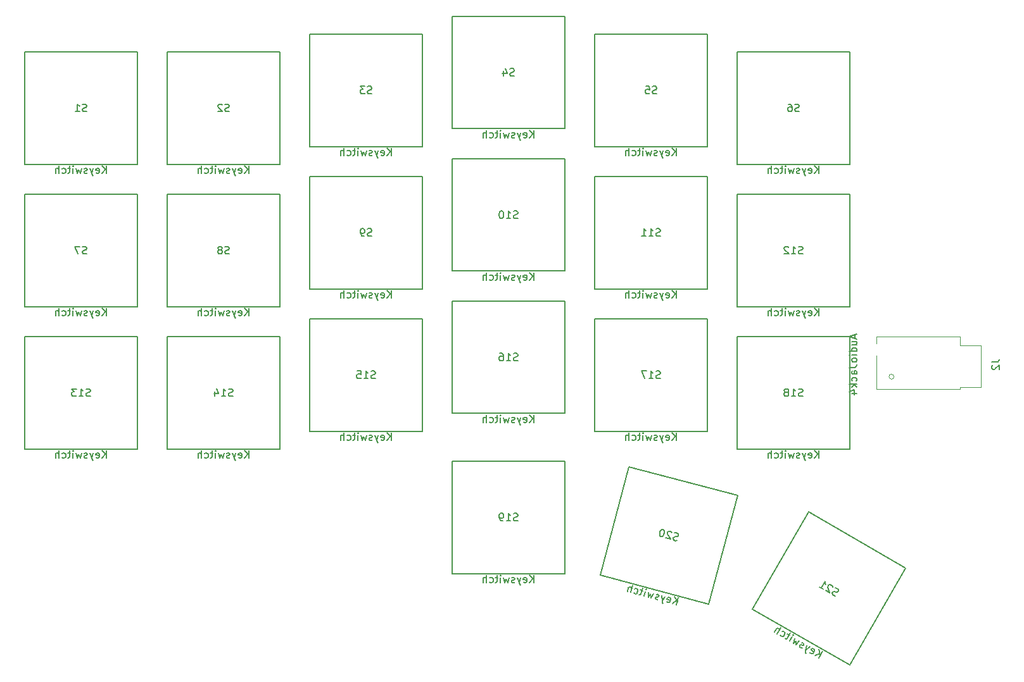
<source format=gbr>
G04 #@! TF.GenerationSoftware,KiCad,Pcbnew,8.0.4*
G04 #@! TF.CreationDate,2024-09-10T22:18:47+03:00*
G04 #@! TF.ProjectId,muikku42,6d75696b-6b75-4343-922e-6b696361645f,rev?*
G04 #@! TF.SameCoordinates,Original*
G04 #@! TF.FileFunction,AssemblyDrawing,Bot*
%FSLAX46Y46*%
G04 Gerber Fmt 4.6, Leading zero omitted, Abs format (unit mm)*
G04 Created by KiCad (PCBNEW 8.0.4) date 2024-09-10 22:18:47*
%MOMM*%
%LPD*%
G01*
G04 APERTURE LIST*
%ADD10C,0.150000*%
%ADD11C,0.100000*%
%ADD12C,0.120000*%
G04 APERTURE END LIST*
D10*
X134111904Y-55175950D02*
X133969047Y-55223569D01*
X133969047Y-55223569D02*
X133730952Y-55223569D01*
X133730952Y-55223569D02*
X133635714Y-55175950D01*
X133635714Y-55175950D02*
X133588095Y-55128330D01*
X133588095Y-55128330D02*
X133540476Y-55033092D01*
X133540476Y-55033092D02*
X133540476Y-54937854D01*
X133540476Y-54937854D02*
X133588095Y-54842616D01*
X133588095Y-54842616D02*
X133635714Y-54794997D01*
X133635714Y-54794997D02*
X133730952Y-54747378D01*
X133730952Y-54747378D02*
X133921428Y-54699759D01*
X133921428Y-54699759D02*
X134016666Y-54652140D01*
X134016666Y-54652140D02*
X134064285Y-54604521D01*
X134064285Y-54604521D02*
X134111904Y-54509283D01*
X134111904Y-54509283D02*
X134111904Y-54414045D01*
X134111904Y-54414045D02*
X134064285Y-54318807D01*
X134064285Y-54318807D02*
X134016666Y-54271188D01*
X134016666Y-54271188D02*
X133921428Y-54223569D01*
X133921428Y-54223569D02*
X133683333Y-54223569D01*
X133683333Y-54223569D02*
X133540476Y-54271188D01*
X132635714Y-54223569D02*
X133111904Y-54223569D01*
X133111904Y-54223569D02*
X133159523Y-54699759D01*
X133159523Y-54699759D02*
X133111904Y-54652140D01*
X133111904Y-54652140D02*
X133016666Y-54604521D01*
X133016666Y-54604521D02*
X132778571Y-54604521D01*
X132778571Y-54604521D02*
X132683333Y-54652140D01*
X132683333Y-54652140D02*
X132635714Y-54699759D01*
X132635714Y-54699759D02*
X132588095Y-54794997D01*
X132588095Y-54794997D02*
X132588095Y-55033092D01*
X132588095Y-55033092D02*
X132635714Y-55128330D01*
X132635714Y-55128330D02*
X132683333Y-55175950D01*
X132683333Y-55175950D02*
X132778571Y-55223569D01*
X132778571Y-55223569D02*
X133016666Y-55223569D01*
X133016666Y-55223569D02*
X133111904Y-55175950D01*
X133111904Y-55175950D02*
X133159523Y-55128330D01*
X136754761Y-63478569D02*
X136754761Y-62478569D01*
X136183333Y-63478569D02*
X136611904Y-62907140D01*
X136183333Y-62478569D02*
X136754761Y-63049997D01*
X135373809Y-63430950D02*
X135469047Y-63478569D01*
X135469047Y-63478569D02*
X135659523Y-63478569D01*
X135659523Y-63478569D02*
X135754761Y-63430950D01*
X135754761Y-63430950D02*
X135802380Y-63335711D01*
X135802380Y-63335711D02*
X135802380Y-62954759D01*
X135802380Y-62954759D02*
X135754761Y-62859521D01*
X135754761Y-62859521D02*
X135659523Y-62811902D01*
X135659523Y-62811902D02*
X135469047Y-62811902D01*
X135469047Y-62811902D02*
X135373809Y-62859521D01*
X135373809Y-62859521D02*
X135326190Y-62954759D01*
X135326190Y-62954759D02*
X135326190Y-63049997D01*
X135326190Y-63049997D02*
X135802380Y-63145235D01*
X134992856Y-62811902D02*
X134754761Y-63478569D01*
X134516666Y-62811902D02*
X134754761Y-63478569D01*
X134754761Y-63478569D02*
X134849999Y-63716664D01*
X134849999Y-63716664D02*
X134897618Y-63764283D01*
X134897618Y-63764283D02*
X134992856Y-63811902D01*
X134183332Y-63430950D02*
X134088094Y-63478569D01*
X134088094Y-63478569D02*
X133897618Y-63478569D01*
X133897618Y-63478569D02*
X133802380Y-63430950D01*
X133802380Y-63430950D02*
X133754761Y-63335711D01*
X133754761Y-63335711D02*
X133754761Y-63288092D01*
X133754761Y-63288092D02*
X133802380Y-63192854D01*
X133802380Y-63192854D02*
X133897618Y-63145235D01*
X133897618Y-63145235D02*
X134040475Y-63145235D01*
X134040475Y-63145235D02*
X134135713Y-63097616D01*
X134135713Y-63097616D02*
X134183332Y-63002378D01*
X134183332Y-63002378D02*
X134183332Y-62954759D01*
X134183332Y-62954759D02*
X134135713Y-62859521D01*
X134135713Y-62859521D02*
X134040475Y-62811902D01*
X134040475Y-62811902D02*
X133897618Y-62811902D01*
X133897618Y-62811902D02*
X133802380Y-62859521D01*
X133421427Y-62811902D02*
X133230951Y-63478569D01*
X133230951Y-63478569D02*
X133040475Y-63002378D01*
X133040475Y-63002378D02*
X132849999Y-63478569D01*
X132849999Y-63478569D02*
X132659523Y-62811902D01*
X132278570Y-63478569D02*
X132278570Y-62811902D01*
X132278570Y-62478569D02*
X132326189Y-62526188D01*
X132326189Y-62526188D02*
X132278570Y-62573807D01*
X132278570Y-62573807D02*
X132230951Y-62526188D01*
X132230951Y-62526188D02*
X132278570Y-62478569D01*
X132278570Y-62478569D02*
X132278570Y-62573807D01*
X131945237Y-62811902D02*
X131564285Y-62811902D01*
X131802380Y-62478569D02*
X131802380Y-63335711D01*
X131802380Y-63335711D02*
X131754761Y-63430950D01*
X131754761Y-63430950D02*
X131659523Y-63478569D01*
X131659523Y-63478569D02*
X131564285Y-63478569D01*
X130802380Y-63430950D02*
X130897618Y-63478569D01*
X130897618Y-63478569D02*
X131088094Y-63478569D01*
X131088094Y-63478569D02*
X131183332Y-63430950D01*
X131183332Y-63430950D02*
X131230951Y-63383330D01*
X131230951Y-63383330D02*
X131278570Y-63288092D01*
X131278570Y-63288092D02*
X131278570Y-63002378D01*
X131278570Y-63002378D02*
X131230951Y-62907140D01*
X131230951Y-62907140D02*
X131183332Y-62859521D01*
X131183332Y-62859521D02*
X131088094Y-62811902D01*
X131088094Y-62811902D02*
X130897618Y-62811902D01*
X130897618Y-62811902D02*
X130802380Y-62859521D01*
X130373808Y-63478569D02*
X130373808Y-62478569D01*
X129945237Y-63478569D02*
X129945237Y-62954759D01*
X129945237Y-62954759D02*
X129992856Y-62859521D01*
X129992856Y-62859521D02*
X130088094Y-62811902D01*
X130088094Y-62811902D02*
X130230951Y-62811902D01*
X130230951Y-62811902D02*
X130326189Y-62859521D01*
X130326189Y-62859521D02*
X130373808Y-62907140D01*
X134588094Y-74225950D02*
X134445237Y-74273569D01*
X134445237Y-74273569D02*
X134207142Y-74273569D01*
X134207142Y-74273569D02*
X134111904Y-74225950D01*
X134111904Y-74225950D02*
X134064285Y-74178330D01*
X134064285Y-74178330D02*
X134016666Y-74083092D01*
X134016666Y-74083092D02*
X134016666Y-73987854D01*
X134016666Y-73987854D02*
X134064285Y-73892616D01*
X134064285Y-73892616D02*
X134111904Y-73844997D01*
X134111904Y-73844997D02*
X134207142Y-73797378D01*
X134207142Y-73797378D02*
X134397618Y-73749759D01*
X134397618Y-73749759D02*
X134492856Y-73702140D01*
X134492856Y-73702140D02*
X134540475Y-73654521D01*
X134540475Y-73654521D02*
X134588094Y-73559283D01*
X134588094Y-73559283D02*
X134588094Y-73464045D01*
X134588094Y-73464045D02*
X134540475Y-73368807D01*
X134540475Y-73368807D02*
X134492856Y-73321188D01*
X134492856Y-73321188D02*
X134397618Y-73273569D01*
X134397618Y-73273569D02*
X134159523Y-73273569D01*
X134159523Y-73273569D02*
X134016666Y-73321188D01*
X133064285Y-74273569D02*
X133635713Y-74273569D01*
X133349999Y-74273569D02*
X133349999Y-73273569D01*
X133349999Y-73273569D02*
X133445237Y-73416426D01*
X133445237Y-73416426D02*
X133540475Y-73511664D01*
X133540475Y-73511664D02*
X133635713Y-73559283D01*
X132111904Y-74273569D02*
X132683332Y-74273569D01*
X132397618Y-74273569D02*
X132397618Y-73273569D01*
X132397618Y-73273569D02*
X132492856Y-73416426D01*
X132492856Y-73416426D02*
X132588094Y-73511664D01*
X132588094Y-73511664D02*
X132683332Y-73559283D01*
X136754761Y-82528569D02*
X136754761Y-81528569D01*
X136183333Y-82528569D02*
X136611904Y-81957140D01*
X136183333Y-81528569D02*
X136754761Y-82099997D01*
X135373809Y-82480950D02*
X135469047Y-82528569D01*
X135469047Y-82528569D02*
X135659523Y-82528569D01*
X135659523Y-82528569D02*
X135754761Y-82480950D01*
X135754761Y-82480950D02*
X135802380Y-82385711D01*
X135802380Y-82385711D02*
X135802380Y-82004759D01*
X135802380Y-82004759D02*
X135754761Y-81909521D01*
X135754761Y-81909521D02*
X135659523Y-81861902D01*
X135659523Y-81861902D02*
X135469047Y-81861902D01*
X135469047Y-81861902D02*
X135373809Y-81909521D01*
X135373809Y-81909521D02*
X135326190Y-82004759D01*
X135326190Y-82004759D02*
X135326190Y-82099997D01*
X135326190Y-82099997D02*
X135802380Y-82195235D01*
X134992856Y-81861902D02*
X134754761Y-82528569D01*
X134516666Y-81861902D02*
X134754761Y-82528569D01*
X134754761Y-82528569D02*
X134849999Y-82766664D01*
X134849999Y-82766664D02*
X134897618Y-82814283D01*
X134897618Y-82814283D02*
X134992856Y-82861902D01*
X134183332Y-82480950D02*
X134088094Y-82528569D01*
X134088094Y-82528569D02*
X133897618Y-82528569D01*
X133897618Y-82528569D02*
X133802380Y-82480950D01*
X133802380Y-82480950D02*
X133754761Y-82385711D01*
X133754761Y-82385711D02*
X133754761Y-82338092D01*
X133754761Y-82338092D02*
X133802380Y-82242854D01*
X133802380Y-82242854D02*
X133897618Y-82195235D01*
X133897618Y-82195235D02*
X134040475Y-82195235D01*
X134040475Y-82195235D02*
X134135713Y-82147616D01*
X134135713Y-82147616D02*
X134183332Y-82052378D01*
X134183332Y-82052378D02*
X134183332Y-82004759D01*
X134183332Y-82004759D02*
X134135713Y-81909521D01*
X134135713Y-81909521D02*
X134040475Y-81861902D01*
X134040475Y-81861902D02*
X133897618Y-81861902D01*
X133897618Y-81861902D02*
X133802380Y-81909521D01*
X133421427Y-81861902D02*
X133230951Y-82528569D01*
X133230951Y-82528569D02*
X133040475Y-82052378D01*
X133040475Y-82052378D02*
X132849999Y-82528569D01*
X132849999Y-82528569D02*
X132659523Y-81861902D01*
X132278570Y-82528569D02*
X132278570Y-81861902D01*
X132278570Y-81528569D02*
X132326189Y-81576188D01*
X132326189Y-81576188D02*
X132278570Y-81623807D01*
X132278570Y-81623807D02*
X132230951Y-81576188D01*
X132230951Y-81576188D02*
X132278570Y-81528569D01*
X132278570Y-81528569D02*
X132278570Y-81623807D01*
X131945237Y-81861902D02*
X131564285Y-81861902D01*
X131802380Y-81528569D02*
X131802380Y-82385711D01*
X131802380Y-82385711D02*
X131754761Y-82480950D01*
X131754761Y-82480950D02*
X131659523Y-82528569D01*
X131659523Y-82528569D02*
X131564285Y-82528569D01*
X130802380Y-82480950D02*
X130897618Y-82528569D01*
X130897618Y-82528569D02*
X131088094Y-82528569D01*
X131088094Y-82528569D02*
X131183332Y-82480950D01*
X131183332Y-82480950D02*
X131230951Y-82433330D01*
X131230951Y-82433330D02*
X131278570Y-82338092D01*
X131278570Y-82338092D02*
X131278570Y-82052378D01*
X131278570Y-82052378D02*
X131230951Y-81957140D01*
X131230951Y-81957140D02*
X131183332Y-81909521D01*
X131183332Y-81909521D02*
X131088094Y-81861902D01*
X131088094Y-81861902D02*
X130897618Y-81861902D01*
X130897618Y-81861902D02*
X130802380Y-81909521D01*
X130373808Y-82528569D02*
X130373808Y-81528569D01*
X129945237Y-82528569D02*
X129945237Y-82004759D01*
X129945237Y-82004759D02*
X129992856Y-81909521D01*
X129992856Y-81909521D02*
X130088094Y-81861902D01*
X130088094Y-81861902D02*
X130230951Y-81861902D01*
X130230951Y-81861902D02*
X130326189Y-81909521D01*
X130326189Y-81909521D02*
X130373808Y-81957140D01*
X60554761Y-84909819D02*
X60554761Y-83909819D01*
X59983333Y-84909819D02*
X60411904Y-84338390D01*
X59983333Y-83909819D02*
X60554761Y-84481247D01*
X59173809Y-84862200D02*
X59269047Y-84909819D01*
X59269047Y-84909819D02*
X59459523Y-84909819D01*
X59459523Y-84909819D02*
X59554761Y-84862200D01*
X59554761Y-84862200D02*
X59602380Y-84766961D01*
X59602380Y-84766961D02*
X59602380Y-84386009D01*
X59602380Y-84386009D02*
X59554761Y-84290771D01*
X59554761Y-84290771D02*
X59459523Y-84243152D01*
X59459523Y-84243152D02*
X59269047Y-84243152D01*
X59269047Y-84243152D02*
X59173809Y-84290771D01*
X59173809Y-84290771D02*
X59126190Y-84386009D01*
X59126190Y-84386009D02*
X59126190Y-84481247D01*
X59126190Y-84481247D02*
X59602380Y-84576485D01*
X58792856Y-84243152D02*
X58554761Y-84909819D01*
X58316666Y-84243152D02*
X58554761Y-84909819D01*
X58554761Y-84909819D02*
X58649999Y-85147914D01*
X58649999Y-85147914D02*
X58697618Y-85195533D01*
X58697618Y-85195533D02*
X58792856Y-85243152D01*
X57983332Y-84862200D02*
X57888094Y-84909819D01*
X57888094Y-84909819D02*
X57697618Y-84909819D01*
X57697618Y-84909819D02*
X57602380Y-84862200D01*
X57602380Y-84862200D02*
X57554761Y-84766961D01*
X57554761Y-84766961D02*
X57554761Y-84719342D01*
X57554761Y-84719342D02*
X57602380Y-84624104D01*
X57602380Y-84624104D02*
X57697618Y-84576485D01*
X57697618Y-84576485D02*
X57840475Y-84576485D01*
X57840475Y-84576485D02*
X57935713Y-84528866D01*
X57935713Y-84528866D02*
X57983332Y-84433628D01*
X57983332Y-84433628D02*
X57983332Y-84386009D01*
X57983332Y-84386009D02*
X57935713Y-84290771D01*
X57935713Y-84290771D02*
X57840475Y-84243152D01*
X57840475Y-84243152D02*
X57697618Y-84243152D01*
X57697618Y-84243152D02*
X57602380Y-84290771D01*
X57221427Y-84243152D02*
X57030951Y-84909819D01*
X57030951Y-84909819D02*
X56840475Y-84433628D01*
X56840475Y-84433628D02*
X56649999Y-84909819D01*
X56649999Y-84909819D02*
X56459523Y-84243152D01*
X56078570Y-84909819D02*
X56078570Y-84243152D01*
X56078570Y-83909819D02*
X56126189Y-83957438D01*
X56126189Y-83957438D02*
X56078570Y-84005057D01*
X56078570Y-84005057D02*
X56030951Y-83957438D01*
X56030951Y-83957438D02*
X56078570Y-83909819D01*
X56078570Y-83909819D02*
X56078570Y-84005057D01*
X55745237Y-84243152D02*
X55364285Y-84243152D01*
X55602380Y-83909819D02*
X55602380Y-84766961D01*
X55602380Y-84766961D02*
X55554761Y-84862200D01*
X55554761Y-84862200D02*
X55459523Y-84909819D01*
X55459523Y-84909819D02*
X55364285Y-84909819D01*
X54602380Y-84862200D02*
X54697618Y-84909819D01*
X54697618Y-84909819D02*
X54888094Y-84909819D01*
X54888094Y-84909819D02*
X54983332Y-84862200D01*
X54983332Y-84862200D02*
X55030951Y-84814580D01*
X55030951Y-84814580D02*
X55078570Y-84719342D01*
X55078570Y-84719342D02*
X55078570Y-84433628D01*
X55078570Y-84433628D02*
X55030951Y-84338390D01*
X55030951Y-84338390D02*
X54983332Y-84290771D01*
X54983332Y-84290771D02*
X54888094Y-84243152D01*
X54888094Y-84243152D02*
X54697618Y-84243152D01*
X54697618Y-84243152D02*
X54602380Y-84290771D01*
X54173808Y-84909819D02*
X54173808Y-83909819D01*
X53745237Y-84909819D02*
X53745237Y-84386009D01*
X53745237Y-84386009D02*
X53792856Y-84290771D01*
X53792856Y-84290771D02*
X53888094Y-84243152D01*
X53888094Y-84243152D02*
X54030951Y-84243152D01*
X54030951Y-84243152D02*
X54126189Y-84290771D01*
X54126189Y-84290771D02*
X54173808Y-84338390D01*
X57911904Y-76607200D02*
X57769047Y-76654819D01*
X57769047Y-76654819D02*
X57530952Y-76654819D01*
X57530952Y-76654819D02*
X57435714Y-76607200D01*
X57435714Y-76607200D02*
X57388095Y-76559580D01*
X57388095Y-76559580D02*
X57340476Y-76464342D01*
X57340476Y-76464342D02*
X57340476Y-76369104D01*
X57340476Y-76369104D02*
X57388095Y-76273866D01*
X57388095Y-76273866D02*
X57435714Y-76226247D01*
X57435714Y-76226247D02*
X57530952Y-76178628D01*
X57530952Y-76178628D02*
X57721428Y-76131009D01*
X57721428Y-76131009D02*
X57816666Y-76083390D01*
X57816666Y-76083390D02*
X57864285Y-76035771D01*
X57864285Y-76035771D02*
X57911904Y-75940533D01*
X57911904Y-75940533D02*
X57911904Y-75845295D01*
X57911904Y-75845295D02*
X57864285Y-75750057D01*
X57864285Y-75750057D02*
X57816666Y-75702438D01*
X57816666Y-75702438D02*
X57721428Y-75654819D01*
X57721428Y-75654819D02*
X57483333Y-75654819D01*
X57483333Y-75654819D02*
X57340476Y-75702438D01*
X57007142Y-75654819D02*
X56340476Y-75654819D01*
X56340476Y-75654819D02*
X56769047Y-76654819D01*
X98654761Y-101578569D02*
X98654761Y-100578569D01*
X98083333Y-101578569D02*
X98511904Y-101007140D01*
X98083333Y-100578569D02*
X98654761Y-101149997D01*
X97273809Y-101530950D02*
X97369047Y-101578569D01*
X97369047Y-101578569D02*
X97559523Y-101578569D01*
X97559523Y-101578569D02*
X97654761Y-101530950D01*
X97654761Y-101530950D02*
X97702380Y-101435711D01*
X97702380Y-101435711D02*
X97702380Y-101054759D01*
X97702380Y-101054759D02*
X97654761Y-100959521D01*
X97654761Y-100959521D02*
X97559523Y-100911902D01*
X97559523Y-100911902D02*
X97369047Y-100911902D01*
X97369047Y-100911902D02*
X97273809Y-100959521D01*
X97273809Y-100959521D02*
X97226190Y-101054759D01*
X97226190Y-101054759D02*
X97226190Y-101149997D01*
X97226190Y-101149997D02*
X97702380Y-101245235D01*
X96892856Y-100911902D02*
X96654761Y-101578569D01*
X96416666Y-100911902D02*
X96654761Y-101578569D01*
X96654761Y-101578569D02*
X96749999Y-101816664D01*
X96749999Y-101816664D02*
X96797618Y-101864283D01*
X96797618Y-101864283D02*
X96892856Y-101911902D01*
X96083332Y-101530950D02*
X95988094Y-101578569D01*
X95988094Y-101578569D02*
X95797618Y-101578569D01*
X95797618Y-101578569D02*
X95702380Y-101530950D01*
X95702380Y-101530950D02*
X95654761Y-101435711D01*
X95654761Y-101435711D02*
X95654761Y-101388092D01*
X95654761Y-101388092D02*
X95702380Y-101292854D01*
X95702380Y-101292854D02*
X95797618Y-101245235D01*
X95797618Y-101245235D02*
X95940475Y-101245235D01*
X95940475Y-101245235D02*
X96035713Y-101197616D01*
X96035713Y-101197616D02*
X96083332Y-101102378D01*
X96083332Y-101102378D02*
X96083332Y-101054759D01*
X96083332Y-101054759D02*
X96035713Y-100959521D01*
X96035713Y-100959521D02*
X95940475Y-100911902D01*
X95940475Y-100911902D02*
X95797618Y-100911902D01*
X95797618Y-100911902D02*
X95702380Y-100959521D01*
X95321427Y-100911902D02*
X95130951Y-101578569D01*
X95130951Y-101578569D02*
X94940475Y-101102378D01*
X94940475Y-101102378D02*
X94749999Y-101578569D01*
X94749999Y-101578569D02*
X94559523Y-100911902D01*
X94178570Y-101578569D02*
X94178570Y-100911902D01*
X94178570Y-100578569D02*
X94226189Y-100626188D01*
X94226189Y-100626188D02*
X94178570Y-100673807D01*
X94178570Y-100673807D02*
X94130951Y-100626188D01*
X94130951Y-100626188D02*
X94178570Y-100578569D01*
X94178570Y-100578569D02*
X94178570Y-100673807D01*
X93845237Y-100911902D02*
X93464285Y-100911902D01*
X93702380Y-100578569D02*
X93702380Y-101435711D01*
X93702380Y-101435711D02*
X93654761Y-101530950D01*
X93654761Y-101530950D02*
X93559523Y-101578569D01*
X93559523Y-101578569D02*
X93464285Y-101578569D01*
X92702380Y-101530950D02*
X92797618Y-101578569D01*
X92797618Y-101578569D02*
X92988094Y-101578569D01*
X92988094Y-101578569D02*
X93083332Y-101530950D01*
X93083332Y-101530950D02*
X93130951Y-101483330D01*
X93130951Y-101483330D02*
X93178570Y-101388092D01*
X93178570Y-101388092D02*
X93178570Y-101102378D01*
X93178570Y-101102378D02*
X93130951Y-101007140D01*
X93130951Y-101007140D02*
X93083332Y-100959521D01*
X93083332Y-100959521D02*
X92988094Y-100911902D01*
X92988094Y-100911902D02*
X92797618Y-100911902D01*
X92797618Y-100911902D02*
X92702380Y-100959521D01*
X92273808Y-101578569D02*
X92273808Y-100578569D01*
X91845237Y-101578569D02*
X91845237Y-101054759D01*
X91845237Y-101054759D02*
X91892856Y-100959521D01*
X91892856Y-100959521D02*
X91988094Y-100911902D01*
X91988094Y-100911902D02*
X92130951Y-100911902D01*
X92130951Y-100911902D02*
X92226189Y-100959521D01*
X92226189Y-100959521D02*
X92273808Y-101007140D01*
X96488094Y-93275950D02*
X96345237Y-93323569D01*
X96345237Y-93323569D02*
X96107142Y-93323569D01*
X96107142Y-93323569D02*
X96011904Y-93275950D01*
X96011904Y-93275950D02*
X95964285Y-93228330D01*
X95964285Y-93228330D02*
X95916666Y-93133092D01*
X95916666Y-93133092D02*
X95916666Y-93037854D01*
X95916666Y-93037854D02*
X95964285Y-92942616D01*
X95964285Y-92942616D02*
X96011904Y-92894997D01*
X96011904Y-92894997D02*
X96107142Y-92847378D01*
X96107142Y-92847378D02*
X96297618Y-92799759D01*
X96297618Y-92799759D02*
X96392856Y-92752140D01*
X96392856Y-92752140D02*
X96440475Y-92704521D01*
X96440475Y-92704521D02*
X96488094Y-92609283D01*
X96488094Y-92609283D02*
X96488094Y-92514045D01*
X96488094Y-92514045D02*
X96440475Y-92418807D01*
X96440475Y-92418807D02*
X96392856Y-92371188D01*
X96392856Y-92371188D02*
X96297618Y-92323569D01*
X96297618Y-92323569D02*
X96059523Y-92323569D01*
X96059523Y-92323569D02*
X95916666Y-92371188D01*
X94964285Y-93323569D02*
X95535713Y-93323569D01*
X95249999Y-93323569D02*
X95249999Y-92323569D01*
X95249999Y-92323569D02*
X95345237Y-92466426D01*
X95345237Y-92466426D02*
X95440475Y-92561664D01*
X95440475Y-92561664D02*
X95535713Y-92609283D01*
X94059523Y-92323569D02*
X94535713Y-92323569D01*
X94535713Y-92323569D02*
X94583332Y-92799759D01*
X94583332Y-92799759D02*
X94535713Y-92752140D01*
X94535713Y-92752140D02*
X94440475Y-92704521D01*
X94440475Y-92704521D02*
X94202380Y-92704521D01*
X94202380Y-92704521D02*
X94107142Y-92752140D01*
X94107142Y-92752140D02*
X94059523Y-92799759D01*
X94059523Y-92799759D02*
X94011904Y-92894997D01*
X94011904Y-92894997D02*
X94011904Y-93133092D01*
X94011904Y-93133092D02*
X94059523Y-93228330D01*
X94059523Y-93228330D02*
X94107142Y-93275950D01*
X94107142Y-93275950D02*
X94202380Y-93323569D01*
X94202380Y-93323569D02*
X94440475Y-93323569D01*
X94440475Y-93323569D02*
X94535713Y-93275950D01*
X94535713Y-93275950D02*
X94583332Y-93228330D01*
X117704761Y-61097319D02*
X117704761Y-60097319D01*
X117133333Y-61097319D02*
X117561904Y-60525890D01*
X117133333Y-60097319D02*
X117704761Y-60668747D01*
X116323809Y-61049700D02*
X116419047Y-61097319D01*
X116419047Y-61097319D02*
X116609523Y-61097319D01*
X116609523Y-61097319D02*
X116704761Y-61049700D01*
X116704761Y-61049700D02*
X116752380Y-60954461D01*
X116752380Y-60954461D02*
X116752380Y-60573509D01*
X116752380Y-60573509D02*
X116704761Y-60478271D01*
X116704761Y-60478271D02*
X116609523Y-60430652D01*
X116609523Y-60430652D02*
X116419047Y-60430652D01*
X116419047Y-60430652D02*
X116323809Y-60478271D01*
X116323809Y-60478271D02*
X116276190Y-60573509D01*
X116276190Y-60573509D02*
X116276190Y-60668747D01*
X116276190Y-60668747D02*
X116752380Y-60763985D01*
X115942856Y-60430652D02*
X115704761Y-61097319D01*
X115466666Y-60430652D02*
X115704761Y-61097319D01*
X115704761Y-61097319D02*
X115799999Y-61335414D01*
X115799999Y-61335414D02*
X115847618Y-61383033D01*
X115847618Y-61383033D02*
X115942856Y-61430652D01*
X115133332Y-61049700D02*
X115038094Y-61097319D01*
X115038094Y-61097319D02*
X114847618Y-61097319D01*
X114847618Y-61097319D02*
X114752380Y-61049700D01*
X114752380Y-61049700D02*
X114704761Y-60954461D01*
X114704761Y-60954461D02*
X114704761Y-60906842D01*
X114704761Y-60906842D02*
X114752380Y-60811604D01*
X114752380Y-60811604D02*
X114847618Y-60763985D01*
X114847618Y-60763985D02*
X114990475Y-60763985D01*
X114990475Y-60763985D02*
X115085713Y-60716366D01*
X115085713Y-60716366D02*
X115133332Y-60621128D01*
X115133332Y-60621128D02*
X115133332Y-60573509D01*
X115133332Y-60573509D02*
X115085713Y-60478271D01*
X115085713Y-60478271D02*
X114990475Y-60430652D01*
X114990475Y-60430652D02*
X114847618Y-60430652D01*
X114847618Y-60430652D02*
X114752380Y-60478271D01*
X114371427Y-60430652D02*
X114180951Y-61097319D01*
X114180951Y-61097319D02*
X113990475Y-60621128D01*
X113990475Y-60621128D02*
X113799999Y-61097319D01*
X113799999Y-61097319D02*
X113609523Y-60430652D01*
X113228570Y-61097319D02*
X113228570Y-60430652D01*
X113228570Y-60097319D02*
X113276189Y-60144938D01*
X113276189Y-60144938D02*
X113228570Y-60192557D01*
X113228570Y-60192557D02*
X113180951Y-60144938D01*
X113180951Y-60144938D02*
X113228570Y-60097319D01*
X113228570Y-60097319D02*
X113228570Y-60192557D01*
X112895237Y-60430652D02*
X112514285Y-60430652D01*
X112752380Y-60097319D02*
X112752380Y-60954461D01*
X112752380Y-60954461D02*
X112704761Y-61049700D01*
X112704761Y-61049700D02*
X112609523Y-61097319D01*
X112609523Y-61097319D02*
X112514285Y-61097319D01*
X111752380Y-61049700D02*
X111847618Y-61097319D01*
X111847618Y-61097319D02*
X112038094Y-61097319D01*
X112038094Y-61097319D02*
X112133332Y-61049700D01*
X112133332Y-61049700D02*
X112180951Y-61002080D01*
X112180951Y-61002080D02*
X112228570Y-60906842D01*
X112228570Y-60906842D02*
X112228570Y-60621128D01*
X112228570Y-60621128D02*
X112180951Y-60525890D01*
X112180951Y-60525890D02*
X112133332Y-60478271D01*
X112133332Y-60478271D02*
X112038094Y-60430652D01*
X112038094Y-60430652D02*
X111847618Y-60430652D01*
X111847618Y-60430652D02*
X111752380Y-60478271D01*
X111323808Y-61097319D02*
X111323808Y-60097319D01*
X110895237Y-61097319D02*
X110895237Y-60573509D01*
X110895237Y-60573509D02*
X110942856Y-60478271D01*
X110942856Y-60478271D02*
X111038094Y-60430652D01*
X111038094Y-60430652D02*
X111180951Y-60430652D01*
X111180951Y-60430652D02*
X111276189Y-60478271D01*
X111276189Y-60478271D02*
X111323808Y-60525890D01*
X115061904Y-52794700D02*
X114919047Y-52842319D01*
X114919047Y-52842319D02*
X114680952Y-52842319D01*
X114680952Y-52842319D02*
X114585714Y-52794700D01*
X114585714Y-52794700D02*
X114538095Y-52747080D01*
X114538095Y-52747080D02*
X114490476Y-52651842D01*
X114490476Y-52651842D02*
X114490476Y-52556604D01*
X114490476Y-52556604D02*
X114538095Y-52461366D01*
X114538095Y-52461366D02*
X114585714Y-52413747D01*
X114585714Y-52413747D02*
X114680952Y-52366128D01*
X114680952Y-52366128D02*
X114871428Y-52318509D01*
X114871428Y-52318509D02*
X114966666Y-52270890D01*
X114966666Y-52270890D02*
X115014285Y-52223271D01*
X115014285Y-52223271D02*
X115061904Y-52128033D01*
X115061904Y-52128033D02*
X115061904Y-52032795D01*
X115061904Y-52032795D02*
X115014285Y-51937557D01*
X115014285Y-51937557D02*
X114966666Y-51889938D01*
X114966666Y-51889938D02*
X114871428Y-51842319D01*
X114871428Y-51842319D02*
X114633333Y-51842319D01*
X114633333Y-51842319D02*
X114490476Y-51889938D01*
X113633333Y-52175652D02*
X113633333Y-52842319D01*
X113871428Y-51794700D02*
X114109523Y-52508985D01*
X114109523Y-52508985D02*
X113490476Y-52508985D01*
X153638094Y-95657200D02*
X153495237Y-95704819D01*
X153495237Y-95704819D02*
X153257142Y-95704819D01*
X153257142Y-95704819D02*
X153161904Y-95657200D01*
X153161904Y-95657200D02*
X153114285Y-95609580D01*
X153114285Y-95609580D02*
X153066666Y-95514342D01*
X153066666Y-95514342D02*
X153066666Y-95419104D01*
X153066666Y-95419104D02*
X153114285Y-95323866D01*
X153114285Y-95323866D02*
X153161904Y-95276247D01*
X153161904Y-95276247D02*
X153257142Y-95228628D01*
X153257142Y-95228628D02*
X153447618Y-95181009D01*
X153447618Y-95181009D02*
X153542856Y-95133390D01*
X153542856Y-95133390D02*
X153590475Y-95085771D01*
X153590475Y-95085771D02*
X153638094Y-94990533D01*
X153638094Y-94990533D02*
X153638094Y-94895295D01*
X153638094Y-94895295D02*
X153590475Y-94800057D01*
X153590475Y-94800057D02*
X153542856Y-94752438D01*
X153542856Y-94752438D02*
X153447618Y-94704819D01*
X153447618Y-94704819D02*
X153209523Y-94704819D01*
X153209523Y-94704819D02*
X153066666Y-94752438D01*
X152114285Y-95704819D02*
X152685713Y-95704819D01*
X152399999Y-95704819D02*
X152399999Y-94704819D01*
X152399999Y-94704819D02*
X152495237Y-94847676D01*
X152495237Y-94847676D02*
X152590475Y-94942914D01*
X152590475Y-94942914D02*
X152685713Y-94990533D01*
X151542856Y-95133390D02*
X151638094Y-95085771D01*
X151638094Y-95085771D02*
X151685713Y-95038152D01*
X151685713Y-95038152D02*
X151733332Y-94942914D01*
X151733332Y-94942914D02*
X151733332Y-94895295D01*
X151733332Y-94895295D02*
X151685713Y-94800057D01*
X151685713Y-94800057D02*
X151638094Y-94752438D01*
X151638094Y-94752438D02*
X151542856Y-94704819D01*
X151542856Y-94704819D02*
X151352380Y-94704819D01*
X151352380Y-94704819D02*
X151257142Y-94752438D01*
X151257142Y-94752438D02*
X151209523Y-94800057D01*
X151209523Y-94800057D02*
X151161904Y-94895295D01*
X151161904Y-94895295D02*
X151161904Y-94942914D01*
X151161904Y-94942914D02*
X151209523Y-95038152D01*
X151209523Y-95038152D02*
X151257142Y-95085771D01*
X151257142Y-95085771D02*
X151352380Y-95133390D01*
X151352380Y-95133390D02*
X151542856Y-95133390D01*
X151542856Y-95133390D02*
X151638094Y-95181009D01*
X151638094Y-95181009D02*
X151685713Y-95228628D01*
X151685713Y-95228628D02*
X151733332Y-95323866D01*
X151733332Y-95323866D02*
X151733332Y-95514342D01*
X151733332Y-95514342D02*
X151685713Y-95609580D01*
X151685713Y-95609580D02*
X151638094Y-95657200D01*
X151638094Y-95657200D02*
X151542856Y-95704819D01*
X151542856Y-95704819D02*
X151352380Y-95704819D01*
X151352380Y-95704819D02*
X151257142Y-95657200D01*
X151257142Y-95657200D02*
X151209523Y-95609580D01*
X151209523Y-95609580D02*
X151161904Y-95514342D01*
X151161904Y-95514342D02*
X151161904Y-95323866D01*
X151161904Y-95323866D02*
X151209523Y-95228628D01*
X151209523Y-95228628D02*
X151257142Y-95181009D01*
X151257142Y-95181009D02*
X151352380Y-95133390D01*
X155804761Y-103959819D02*
X155804761Y-102959819D01*
X155233333Y-103959819D02*
X155661904Y-103388390D01*
X155233333Y-102959819D02*
X155804761Y-103531247D01*
X154423809Y-103912200D02*
X154519047Y-103959819D01*
X154519047Y-103959819D02*
X154709523Y-103959819D01*
X154709523Y-103959819D02*
X154804761Y-103912200D01*
X154804761Y-103912200D02*
X154852380Y-103816961D01*
X154852380Y-103816961D02*
X154852380Y-103436009D01*
X154852380Y-103436009D02*
X154804761Y-103340771D01*
X154804761Y-103340771D02*
X154709523Y-103293152D01*
X154709523Y-103293152D02*
X154519047Y-103293152D01*
X154519047Y-103293152D02*
X154423809Y-103340771D01*
X154423809Y-103340771D02*
X154376190Y-103436009D01*
X154376190Y-103436009D02*
X154376190Y-103531247D01*
X154376190Y-103531247D02*
X154852380Y-103626485D01*
X154042856Y-103293152D02*
X153804761Y-103959819D01*
X153566666Y-103293152D02*
X153804761Y-103959819D01*
X153804761Y-103959819D02*
X153899999Y-104197914D01*
X153899999Y-104197914D02*
X153947618Y-104245533D01*
X153947618Y-104245533D02*
X154042856Y-104293152D01*
X153233332Y-103912200D02*
X153138094Y-103959819D01*
X153138094Y-103959819D02*
X152947618Y-103959819D01*
X152947618Y-103959819D02*
X152852380Y-103912200D01*
X152852380Y-103912200D02*
X152804761Y-103816961D01*
X152804761Y-103816961D02*
X152804761Y-103769342D01*
X152804761Y-103769342D02*
X152852380Y-103674104D01*
X152852380Y-103674104D02*
X152947618Y-103626485D01*
X152947618Y-103626485D02*
X153090475Y-103626485D01*
X153090475Y-103626485D02*
X153185713Y-103578866D01*
X153185713Y-103578866D02*
X153233332Y-103483628D01*
X153233332Y-103483628D02*
X153233332Y-103436009D01*
X153233332Y-103436009D02*
X153185713Y-103340771D01*
X153185713Y-103340771D02*
X153090475Y-103293152D01*
X153090475Y-103293152D02*
X152947618Y-103293152D01*
X152947618Y-103293152D02*
X152852380Y-103340771D01*
X152471427Y-103293152D02*
X152280951Y-103959819D01*
X152280951Y-103959819D02*
X152090475Y-103483628D01*
X152090475Y-103483628D02*
X151899999Y-103959819D01*
X151899999Y-103959819D02*
X151709523Y-103293152D01*
X151328570Y-103959819D02*
X151328570Y-103293152D01*
X151328570Y-102959819D02*
X151376189Y-103007438D01*
X151376189Y-103007438D02*
X151328570Y-103055057D01*
X151328570Y-103055057D02*
X151280951Y-103007438D01*
X151280951Y-103007438D02*
X151328570Y-102959819D01*
X151328570Y-102959819D02*
X151328570Y-103055057D01*
X150995237Y-103293152D02*
X150614285Y-103293152D01*
X150852380Y-102959819D02*
X150852380Y-103816961D01*
X150852380Y-103816961D02*
X150804761Y-103912200D01*
X150804761Y-103912200D02*
X150709523Y-103959819D01*
X150709523Y-103959819D02*
X150614285Y-103959819D01*
X149852380Y-103912200D02*
X149947618Y-103959819D01*
X149947618Y-103959819D02*
X150138094Y-103959819D01*
X150138094Y-103959819D02*
X150233332Y-103912200D01*
X150233332Y-103912200D02*
X150280951Y-103864580D01*
X150280951Y-103864580D02*
X150328570Y-103769342D01*
X150328570Y-103769342D02*
X150328570Y-103483628D01*
X150328570Y-103483628D02*
X150280951Y-103388390D01*
X150280951Y-103388390D02*
X150233332Y-103340771D01*
X150233332Y-103340771D02*
X150138094Y-103293152D01*
X150138094Y-103293152D02*
X149947618Y-103293152D01*
X149947618Y-103293152D02*
X149852380Y-103340771D01*
X149423808Y-103959819D02*
X149423808Y-102959819D01*
X148995237Y-103959819D02*
X148995237Y-103436009D01*
X148995237Y-103436009D02*
X149042856Y-103340771D01*
X149042856Y-103340771D02*
X149138094Y-103293152D01*
X149138094Y-103293152D02*
X149280951Y-103293152D01*
X149280951Y-103293152D02*
X149376189Y-103340771D01*
X149376189Y-103340771D02*
X149423808Y-103388390D01*
X155804761Y-65859819D02*
X155804761Y-64859819D01*
X155233333Y-65859819D02*
X155661904Y-65288390D01*
X155233333Y-64859819D02*
X155804761Y-65431247D01*
X154423809Y-65812200D02*
X154519047Y-65859819D01*
X154519047Y-65859819D02*
X154709523Y-65859819D01*
X154709523Y-65859819D02*
X154804761Y-65812200D01*
X154804761Y-65812200D02*
X154852380Y-65716961D01*
X154852380Y-65716961D02*
X154852380Y-65336009D01*
X154852380Y-65336009D02*
X154804761Y-65240771D01*
X154804761Y-65240771D02*
X154709523Y-65193152D01*
X154709523Y-65193152D02*
X154519047Y-65193152D01*
X154519047Y-65193152D02*
X154423809Y-65240771D01*
X154423809Y-65240771D02*
X154376190Y-65336009D01*
X154376190Y-65336009D02*
X154376190Y-65431247D01*
X154376190Y-65431247D02*
X154852380Y-65526485D01*
X154042856Y-65193152D02*
X153804761Y-65859819D01*
X153566666Y-65193152D02*
X153804761Y-65859819D01*
X153804761Y-65859819D02*
X153899999Y-66097914D01*
X153899999Y-66097914D02*
X153947618Y-66145533D01*
X153947618Y-66145533D02*
X154042856Y-66193152D01*
X153233332Y-65812200D02*
X153138094Y-65859819D01*
X153138094Y-65859819D02*
X152947618Y-65859819D01*
X152947618Y-65859819D02*
X152852380Y-65812200D01*
X152852380Y-65812200D02*
X152804761Y-65716961D01*
X152804761Y-65716961D02*
X152804761Y-65669342D01*
X152804761Y-65669342D02*
X152852380Y-65574104D01*
X152852380Y-65574104D02*
X152947618Y-65526485D01*
X152947618Y-65526485D02*
X153090475Y-65526485D01*
X153090475Y-65526485D02*
X153185713Y-65478866D01*
X153185713Y-65478866D02*
X153233332Y-65383628D01*
X153233332Y-65383628D02*
X153233332Y-65336009D01*
X153233332Y-65336009D02*
X153185713Y-65240771D01*
X153185713Y-65240771D02*
X153090475Y-65193152D01*
X153090475Y-65193152D02*
X152947618Y-65193152D01*
X152947618Y-65193152D02*
X152852380Y-65240771D01*
X152471427Y-65193152D02*
X152280951Y-65859819D01*
X152280951Y-65859819D02*
X152090475Y-65383628D01*
X152090475Y-65383628D02*
X151899999Y-65859819D01*
X151899999Y-65859819D02*
X151709523Y-65193152D01*
X151328570Y-65859819D02*
X151328570Y-65193152D01*
X151328570Y-64859819D02*
X151376189Y-64907438D01*
X151376189Y-64907438D02*
X151328570Y-64955057D01*
X151328570Y-64955057D02*
X151280951Y-64907438D01*
X151280951Y-64907438D02*
X151328570Y-64859819D01*
X151328570Y-64859819D02*
X151328570Y-64955057D01*
X150995237Y-65193152D02*
X150614285Y-65193152D01*
X150852380Y-64859819D02*
X150852380Y-65716961D01*
X150852380Y-65716961D02*
X150804761Y-65812200D01*
X150804761Y-65812200D02*
X150709523Y-65859819D01*
X150709523Y-65859819D02*
X150614285Y-65859819D01*
X149852380Y-65812200D02*
X149947618Y-65859819D01*
X149947618Y-65859819D02*
X150138094Y-65859819D01*
X150138094Y-65859819D02*
X150233332Y-65812200D01*
X150233332Y-65812200D02*
X150280951Y-65764580D01*
X150280951Y-65764580D02*
X150328570Y-65669342D01*
X150328570Y-65669342D02*
X150328570Y-65383628D01*
X150328570Y-65383628D02*
X150280951Y-65288390D01*
X150280951Y-65288390D02*
X150233332Y-65240771D01*
X150233332Y-65240771D02*
X150138094Y-65193152D01*
X150138094Y-65193152D02*
X149947618Y-65193152D01*
X149947618Y-65193152D02*
X149852380Y-65240771D01*
X149423808Y-65859819D02*
X149423808Y-64859819D01*
X148995237Y-65859819D02*
X148995237Y-65336009D01*
X148995237Y-65336009D02*
X149042856Y-65240771D01*
X149042856Y-65240771D02*
X149138094Y-65193152D01*
X149138094Y-65193152D02*
X149280951Y-65193152D01*
X149280951Y-65193152D02*
X149376189Y-65240771D01*
X149376189Y-65240771D02*
X149423808Y-65288390D01*
X153161904Y-57557200D02*
X153019047Y-57604819D01*
X153019047Y-57604819D02*
X152780952Y-57604819D01*
X152780952Y-57604819D02*
X152685714Y-57557200D01*
X152685714Y-57557200D02*
X152638095Y-57509580D01*
X152638095Y-57509580D02*
X152590476Y-57414342D01*
X152590476Y-57414342D02*
X152590476Y-57319104D01*
X152590476Y-57319104D02*
X152638095Y-57223866D01*
X152638095Y-57223866D02*
X152685714Y-57176247D01*
X152685714Y-57176247D02*
X152780952Y-57128628D01*
X152780952Y-57128628D02*
X152971428Y-57081009D01*
X152971428Y-57081009D02*
X153066666Y-57033390D01*
X153066666Y-57033390D02*
X153114285Y-56985771D01*
X153114285Y-56985771D02*
X153161904Y-56890533D01*
X153161904Y-56890533D02*
X153161904Y-56795295D01*
X153161904Y-56795295D02*
X153114285Y-56700057D01*
X153114285Y-56700057D02*
X153066666Y-56652438D01*
X153066666Y-56652438D02*
X152971428Y-56604819D01*
X152971428Y-56604819D02*
X152733333Y-56604819D01*
X152733333Y-56604819D02*
X152590476Y-56652438D01*
X151733333Y-56604819D02*
X151923809Y-56604819D01*
X151923809Y-56604819D02*
X152019047Y-56652438D01*
X152019047Y-56652438D02*
X152066666Y-56700057D01*
X152066666Y-56700057D02*
X152161904Y-56842914D01*
X152161904Y-56842914D02*
X152209523Y-57033390D01*
X152209523Y-57033390D02*
X152209523Y-57414342D01*
X152209523Y-57414342D02*
X152161904Y-57509580D01*
X152161904Y-57509580D02*
X152114285Y-57557200D01*
X152114285Y-57557200D02*
X152019047Y-57604819D01*
X152019047Y-57604819D02*
X151828571Y-57604819D01*
X151828571Y-57604819D02*
X151733333Y-57557200D01*
X151733333Y-57557200D02*
X151685714Y-57509580D01*
X151685714Y-57509580D02*
X151638095Y-57414342D01*
X151638095Y-57414342D02*
X151638095Y-57176247D01*
X151638095Y-57176247D02*
X151685714Y-57081009D01*
X151685714Y-57081009D02*
X151733333Y-57033390D01*
X151733333Y-57033390D02*
X151828571Y-56985771D01*
X151828571Y-56985771D02*
X152019047Y-56985771D01*
X152019047Y-56985771D02*
X152114285Y-57033390D01*
X152114285Y-57033390D02*
X152161904Y-57081009D01*
X152161904Y-57081009D02*
X152209523Y-57176247D01*
X136754761Y-101578569D02*
X136754761Y-100578569D01*
X136183333Y-101578569D02*
X136611904Y-101007140D01*
X136183333Y-100578569D02*
X136754761Y-101149997D01*
X135373809Y-101530950D02*
X135469047Y-101578569D01*
X135469047Y-101578569D02*
X135659523Y-101578569D01*
X135659523Y-101578569D02*
X135754761Y-101530950D01*
X135754761Y-101530950D02*
X135802380Y-101435711D01*
X135802380Y-101435711D02*
X135802380Y-101054759D01*
X135802380Y-101054759D02*
X135754761Y-100959521D01*
X135754761Y-100959521D02*
X135659523Y-100911902D01*
X135659523Y-100911902D02*
X135469047Y-100911902D01*
X135469047Y-100911902D02*
X135373809Y-100959521D01*
X135373809Y-100959521D02*
X135326190Y-101054759D01*
X135326190Y-101054759D02*
X135326190Y-101149997D01*
X135326190Y-101149997D02*
X135802380Y-101245235D01*
X134992856Y-100911902D02*
X134754761Y-101578569D01*
X134516666Y-100911902D02*
X134754761Y-101578569D01*
X134754761Y-101578569D02*
X134849999Y-101816664D01*
X134849999Y-101816664D02*
X134897618Y-101864283D01*
X134897618Y-101864283D02*
X134992856Y-101911902D01*
X134183332Y-101530950D02*
X134088094Y-101578569D01*
X134088094Y-101578569D02*
X133897618Y-101578569D01*
X133897618Y-101578569D02*
X133802380Y-101530950D01*
X133802380Y-101530950D02*
X133754761Y-101435711D01*
X133754761Y-101435711D02*
X133754761Y-101388092D01*
X133754761Y-101388092D02*
X133802380Y-101292854D01*
X133802380Y-101292854D02*
X133897618Y-101245235D01*
X133897618Y-101245235D02*
X134040475Y-101245235D01*
X134040475Y-101245235D02*
X134135713Y-101197616D01*
X134135713Y-101197616D02*
X134183332Y-101102378D01*
X134183332Y-101102378D02*
X134183332Y-101054759D01*
X134183332Y-101054759D02*
X134135713Y-100959521D01*
X134135713Y-100959521D02*
X134040475Y-100911902D01*
X134040475Y-100911902D02*
X133897618Y-100911902D01*
X133897618Y-100911902D02*
X133802380Y-100959521D01*
X133421427Y-100911902D02*
X133230951Y-101578569D01*
X133230951Y-101578569D02*
X133040475Y-101102378D01*
X133040475Y-101102378D02*
X132849999Y-101578569D01*
X132849999Y-101578569D02*
X132659523Y-100911902D01*
X132278570Y-101578569D02*
X132278570Y-100911902D01*
X132278570Y-100578569D02*
X132326189Y-100626188D01*
X132326189Y-100626188D02*
X132278570Y-100673807D01*
X132278570Y-100673807D02*
X132230951Y-100626188D01*
X132230951Y-100626188D02*
X132278570Y-100578569D01*
X132278570Y-100578569D02*
X132278570Y-100673807D01*
X131945237Y-100911902D02*
X131564285Y-100911902D01*
X131802380Y-100578569D02*
X131802380Y-101435711D01*
X131802380Y-101435711D02*
X131754761Y-101530950D01*
X131754761Y-101530950D02*
X131659523Y-101578569D01*
X131659523Y-101578569D02*
X131564285Y-101578569D01*
X130802380Y-101530950D02*
X130897618Y-101578569D01*
X130897618Y-101578569D02*
X131088094Y-101578569D01*
X131088094Y-101578569D02*
X131183332Y-101530950D01*
X131183332Y-101530950D02*
X131230951Y-101483330D01*
X131230951Y-101483330D02*
X131278570Y-101388092D01*
X131278570Y-101388092D02*
X131278570Y-101102378D01*
X131278570Y-101102378D02*
X131230951Y-101007140D01*
X131230951Y-101007140D02*
X131183332Y-100959521D01*
X131183332Y-100959521D02*
X131088094Y-100911902D01*
X131088094Y-100911902D02*
X130897618Y-100911902D01*
X130897618Y-100911902D02*
X130802380Y-100959521D01*
X130373808Y-101578569D02*
X130373808Y-100578569D01*
X129945237Y-101578569D02*
X129945237Y-101054759D01*
X129945237Y-101054759D02*
X129992856Y-100959521D01*
X129992856Y-100959521D02*
X130088094Y-100911902D01*
X130088094Y-100911902D02*
X130230951Y-100911902D01*
X130230951Y-100911902D02*
X130326189Y-100959521D01*
X130326189Y-100959521D02*
X130373808Y-101007140D01*
X134588094Y-93275950D02*
X134445237Y-93323569D01*
X134445237Y-93323569D02*
X134207142Y-93323569D01*
X134207142Y-93323569D02*
X134111904Y-93275950D01*
X134111904Y-93275950D02*
X134064285Y-93228330D01*
X134064285Y-93228330D02*
X134016666Y-93133092D01*
X134016666Y-93133092D02*
X134016666Y-93037854D01*
X134016666Y-93037854D02*
X134064285Y-92942616D01*
X134064285Y-92942616D02*
X134111904Y-92894997D01*
X134111904Y-92894997D02*
X134207142Y-92847378D01*
X134207142Y-92847378D02*
X134397618Y-92799759D01*
X134397618Y-92799759D02*
X134492856Y-92752140D01*
X134492856Y-92752140D02*
X134540475Y-92704521D01*
X134540475Y-92704521D02*
X134588094Y-92609283D01*
X134588094Y-92609283D02*
X134588094Y-92514045D01*
X134588094Y-92514045D02*
X134540475Y-92418807D01*
X134540475Y-92418807D02*
X134492856Y-92371188D01*
X134492856Y-92371188D02*
X134397618Y-92323569D01*
X134397618Y-92323569D02*
X134159523Y-92323569D01*
X134159523Y-92323569D02*
X134016666Y-92371188D01*
X133064285Y-93323569D02*
X133635713Y-93323569D01*
X133349999Y-93323569D02*
X133349999Y-92323569D01*
X133349999Y-92323569D02*
X133445237Y-92466426D01*
X133445237Y-92466426D02*
X133540475Y-92561664D01*
X133540475Y-92561664D02*
X133635713Y-92609283D01*
X132730951Y-92323569D02*
X132064285Y-92323569D01*
X132064285Y-92323569D02*
X132492856Y-93323569D01*
X77438094Y-95657200D02*
X77295237Y-95704819D01*
X77295237Y-95704819D02*
X77057142Y-95704819D01*
X77057142Y-95704819D02*
X76961904Y-95657200D01*
X76961904Y-95657200D02*
X76914285Y-95609580D01*
X76914285Y-95609580D02*
X76866666Y-95514342D01*
X76866666Y-95514342D02*
X76866666Y-95419104D01*
X76866666Y-95419104D02*
X76914285Y-95323866D01*
X76914285Y-95323866D02*
X76961904Y-95276247D01*
X76961904Y-95276247D02*
X77057142Y-95228628D01*
X77057142Y-95228628D02*
X77247618Y-95181009D01*
X77247618Y-95181009D02*
X77342856Y-95133390D01*
X77342856Y-95133390D02*
X77390475Y-95085771D01*
X77390475Y-95085771D02*
X77438094Y-94990533D01*
X77438094Y-94990533D02*
X77438094Y-94895295D01*
X77438094Y-94895295D02*
X77390475Y-94800057D01*
X77390475Y-94800057D02*
X77342856Y-94752438D01*
X77342856Y-94752438D02*
X77247618Y-94704819D01*
X77247618Y-94704819D02*
X77009523Y-94704819D01*
X77009523Y-94704819D02*
X76866666Y-94752438D01*
X75914285Y-95704819D02*
X76485713Y-95704819D01*
X76199999Y-95704819D02*
X76199999Y-94704819D01*
X76199999Y-94704819D02*
X76295237Y-94847676D01*
X76295237Y-94847676D02*
X76390475Y-94942914D01*
X76390475Y-94942914D02*
X76485713Y-94990533D01*
X75057142Y-95038152D02*
X75057142Y-95704819D01*
X75295237Y-94657200D02*
X75533332Y-95371485D01*
X75533332Y-95371485D02*
X74914285Y-95371485D01*
X79604761Y-103959819D02*
X79604761Y-102959819D01*
X79033333Y-103959819D02*
X79461904Y-103388390D01*
X79033333Y-102959819D02*
X79604761Y-103531247D01*
X78223809Y-103912200D02*
X78319047Y-103959819D01*
X78319047Y-103959819D02*
X78509523Y-103959819D01*
X78509523Y-103959819D02*
X78604761Y-103912200D01*
X78604761Y-103912200D02*
X78652380Y-103816961D01*
X78652380Y-103816961D02*
X78652380Y-103436009D01*
X78652380Y-103436009D02*
X78604761Y-103340771D01*
X78604761Y-103340771D02*
X78509523Y-103293152D01*
X78509523Y-103293152D02*
X78319047Y-103293152D01*
X78319047Y-103293152D02*
X78223809Y-103340771D01*
X78223809Y-103340771D02*
X78176190Y-103436009D01*
X78176190Y-103436009D02*
X78176190Y-103531247D01*
X78176190Y-103531247D02*
X78652380Y-103626485D01*
X77842856Y-103293152D02*
X77604761Y-103959819D01*
X77366666Y-103293152D02*
X77604761Y-103959819D01*
X77604761Y-103959819D02*
X77699999Y-104197914D01*
X77699999Y-104197914D02*
X77747618Y-104245533D01*
X77747618Y-104245533D02*
X77842856Y-104293152D01*
X77033332Y-103912200D02*
X76938094Y-103959819D01*
X76938094Y-103959819D02*
X76747618Y-103959819D01*
X76747618Y-103959819D02*
X76652380Y-103912200D01*
X76652380Y-103912200D02*
X76604761Y-103816961D01*
X76604761Y-103816961D02*
X76604761Y-103769342D01*
X76604761Y-103769342D02*
X76652380Y-103674104D01*
X76652380Y-103674104D02*
X76747618Y-103626485D01*
X76747618Y-103626485D02*
X76890475Y-103626485D01*
X76890475Y-103626485D02*
X76985713Y-103578866D01*
X76985713Y-103578866D02*
X77033332Y-103483628D01*
X77033332Y-103483628D02*
X77033332Y-103436009D01*
X77033332Y-103436009D02*
X76985713Y-103340771D01*
X76985713Y-103340771D02*
X76890475Y-103293152D01*
X76890475Y-103293152D02*
X76747618Y-103293152D01*
X76747618Y-103293152D02*
X76652380Y-103340771D01*
X76271427Y-103293152D02*
X76080951Y-103959819D01*
X76080951Y-103959819D02*
X75890475Y-103483628D01*
X75890475Y-103483628D02*
X75699999Y-103959819D01*
X75699999Y-103959819D02*
X75509523Y-103293152D01*
X75128570Y-103959819D02*
X75128570Y-103293152D01*
X75128570Y-102959819D02*
X75176189Y-103007438D01*
X75176189Y-103007438D02*
X75128570Y-103055057D01*
X75128570Y-103055057D02*
X75080951Y-103007438D01*
X75080951Y-103007438D02*
X75128570Y-102959819D01*
X75128570Y-102959819D02*
X75128570Y-103055057D01*
X74795237Y-103293152D02*
X74414285Y-103293152D01*
X74652380Y-102959819D02*
X74652380Y-103816961D01*
X74652380Y-103816961D02*
X74604761Y-103912200D01*
X74604761Y-103912200D02*
X74509523Y-103959819D01*
X74509523Y-103959819D02*
X74414285Y-103959819D01*
X73652380Y-103912200D02*
X73747618Y-103959819D01*
X73747618Y-103959819D02*
X73938094Y-103959819D01*
X73938094Y-103959819D02*
X74033332Y-103912200D01*
X74033332Y-103912200D02*
X74080951Y-103864580D01*
X74080951Y-103864580D02*
X74128570Y-103769342D01*
X74128570Y-103769342D02*
X74128570Y-103483628D01*
X74128570Y-103483628D02*
X74080951Y-103388390D01*
X74080951Y-103388390D02*
X74033332Y-103340771D01*
X74033332Y-103340771D02*
X73938094Y-103293152D01*
X73938094Y-103293152D02*
X73747618Y-103293152D01*
X73747618Y-103293152D02*
X73652380Y-103340771D01*
X73223808Y-103959819D02*
X73223808Y-102959819D01*
X72795237Y-103959819D02*
X72795237Y-103436009D01*
X72795237Y-103436009D02*
X72842856Y-103340771D01*
X72842856Y-103340771D02*
X72938094Y-103293152D01*
X72938094Y-103293152D02*
X73080951Y-103293152D01*
X73080951Y-103293152D02*
X73176189Y-103340771D01*
X73176189Y-103340771D02*
X73223808Y-103388390D01*
X76961904Y-76607200D02*
X76819047Y-76654819D01*
X76819047Y-76654819D02*
X76580952Y-76654819D01*
X76580952Y-76654819D02*
X76485714Y-76607200D01*
X76485714Y-76607200D02*
X76438095Y-76559580D01*
X76438095Y-76559580D02*
X76390476Y-76464342D01*
X76390476Y-76464342D02*
X76390476Y-76369104D01*
X76390476Y-76369104D02*
X76438095Y-76273866D01*
X76438095Y-76273866D02*
X76485714Y-76226247D01*
X76485714Y-76226247D02*
X76580952Y-76178628D01*
X76580952Y-76178628D02*
X76771428Y-76131009D01*
X76771428Y-76131009D02*
X76866666Y-76083390D01*
X76866666Y-76083390D02*
X76914285Y-76035771D01*
X76914285Y-76035771D02*
X76961904Y-75940533D01*
X76961904Y-75940533D02*
X76961904Y-75845295D01*
X76961904Y-75845295D02*
X76914285Y-75750057D01*
X76914285Y-75750057D02*
X76866666Y-75702438D01*
X76866666Y-75702438D02*
X76771428Y-75654819D01*
X76771428Y-75654819D02*
X76533333Y-75654819D01*
X76533333Y-75654819D02*
X76390476Y-75702438D01*
X75819047Y-76083390D02*
X75914285Y-76035771D01*
X75914285Y-76035771D02*
X75961904Y-75988152D01*
X75961904Y-75988152D02*
X76009523Y-75892914D01*
X76009523Y-75892914D02*
X76009523Y-75845295D01*
X76009523Y-75845295D02*
X75961904Y-75750057D01*
X75961904Y-75750057D02*
X75914285Y-75702438D01*
X75914285Y-75702438D02*
X75819047Y-75654819D01*
X75819047Y-75654819D02*
X75628571Y-75654819D01*
X75628571Y-75654819D02*
X75533333Y-75702438D01*
X75533333Y-75702438D02*
X75485714Y-75750057D01*
X75485714Y-75750057D02*
X75438095Y-75845295D01*
X75438095Y-75845295D02*
X75438095Y-75892914D01*
X75438095Y-75892914D02*
X75485714Y-75988152D01*
X75485714Y-75988152D02*
X75533333Y-76035771D01*
X75533333Y-76035771D02*
X75628571Y-76083390D01*
X75628571Y-76083390D02*
X75819047Y-76083390D01*
X75819047Y-76083390D02*
X75914285Y-76131009D01*
X75914285Y-76131009D02*
X75961904Y-76178628D01*
X75961904Y-76178628D02*
X76009523Y-76273866D01*
X76009523Y-76273866D02*
X76009523Y-76464342D01*
X76009523Y-76464342D02*
X75961904Y-76559580D01*
X75961904Y-76559580D02*
X75914285Y-76607200D01*
X75914285Y-76607200D02*
X75819047Y-76654819D01*
X75819047Y-76654819D02*
X75628571Y-76654819D01*
X75628571Y-76654819D02*
X75533333Y-76607200D01*
X75533333Y-76607200D02*
X75485714Y-76559580D01*
X75485714Y-76559580D02*
X75438095Y-76464342D01*
X75438095Y-76464342D02*
X75438095Y-76273866D01*
X75438095Y-76273866D02*
X75485714Y-76178628D01*
X75485714Y-76178628D02*
X75533333Y-76131009D01*
X75533333Y-76131009D02*
X75628571Y-76083390D01*
X79604761Y-84909819D02*
X79604761Y-83909819D01*
X79033333Y-84909819D02*
X79461904Y-84338390D01*
X79033333Y-83909819D02*
X79604761Y-84481247D01*
X78223809Y-84862200D02*
X78319047Y-84909819D01*
X78319047Y-84909819D02*
X78509523Y-84909819D01*
X78509523Y-84909819D02*
X78604761Y-84862200D01*
X78604761Y-84862200D02*
X78652380Y-84766961D01*
X78652380Y-84766961D02*
X78652380Y-84386009D01*
X78652380Y-84386009D02*
X78604761Y-84290771D01*
X78604761Y-84290771D02*
X78509523Y-84243152D01*
X78509523Y-84243152D02*
X78319047Y-84243152D01*
X78319047Y-84243152D02*
X78223809Y-84290771D01*
X78223809Y-84290771D02*
X78176190Y-84386009D01*
X78176190Y-84386009D02*
X78176190Y-84481247D01*
X78176190Y-84481247D02*
X78652380Y-84576485D01*
X77842856Y-84243152D02*
X77604761Y-84909819D01*
X77366666Y-84243152D02*
X77604761Y-84909819D01*
X77604761Y-84909819D02*
X77699999Y-85147914D01*
X77699999Y-85147914D02*
X77747618Y-85195533D01*
X77747618Y-85195533D02*
X77842856Y-85243152D01*
X77033332Y-84862200D02*
X76938094Y-84909819D01*
X76938094Y-84909819D02*
X76747618Y-84909819D01*
X76747618Y-84909819D02*
X76652380Y-84862200D01*
X76652380Y-84862200D02*
X76604761Y-84766961D01*
X76604761Y-84766961D02*
X76604761Y-84719342D01*
X76604761Y-84719342D02*
X76652380Y-84624104D01*
X76652380Y-84624104D02*
X76747618Y-84576485D01*
X76747618Y-84576485D02*
X76890475Y-84576485D01*
X76890475Y-84576485D02*
X76985713Y-84528866D01*
X76985713Y-84528866D02*
X77033332Y-84433628D01*
X77033332Y-84433628D02*
X77033332Y-84386009D01*
X77033332Y-84386009D02*
X76985713Y-84290771D01*
X76985713Y-84290771D02*
X76890475Y-84243152D01*
X76890475Y-84243152D02*
X76747618Y-84243152D01*
X76747618Y-84243152D02*
X76652380Y-84290771D01*
X76271427Y-84243152D02*
X76080951Y-84909819D01*
X76080951Y-84909819D02*
X75890475Y-84433628D01*
X75890475Y-84433628D02*
X75699999Y-84909819D01*
X75699999Y-84909819D02*
X75509523Y-84243152D01*
X75128570Y-84909819D02*
X75128570Y-84243152D01*
X75128570Y-83909819D02*
X75176189Y-83957438D01*
X75176189Y-83957438D02*
X75128570Y-84005057D01*
X75128570Y-84005057D02*
X75080951Y-83957438D01*
X75080951Y-83957438D02*
X75128570Y-83909819D01*
X75128570Y-83909819D02*
X75128570Y-84005057D01*
X74795237Y-84243152D02*
X74414285Y-84243152D01*
X74652380Y-83909819D02*
X74652380Y-84766961D01*
X74652380Y-84766961D02*
X74604761Y-84862200D01*
X74604761Y-84862200D02*
X74509523Y-84909819D01*
X74509523Y-84909819D02*
X74414285Y-84909819D01*
X73652380Y-84862200D02*
X73747618Y-84909819D01*
X73747618Y-84909819D02*
X73938094Y-84909819D01*
X73938094Y-84909819D02*
X74033332Y-84862200D01*
X74033332Y-84862200D02*
X74080951Y-84814580D01*
X74080951Y-84814580D02*
X74128570Y-84719342D01*
X74128570Y-84719342D02*
X74128570Y-84433628D01*
X74128570Y-84433628D02*
X74080951Y-84338390D01*
X74080951Y-84338390D02*
X74033332Y-84290771D01*
X74033332Y-84290771D02*
X73938094Y-84243152D01*
X73938094Y-84243152D02*
X73747618Y-84243152D01*
X73747618Y-84243152D02*
X73652380Y-84290771D01*
X73223808Y-84909819D02*
X73223808Y-83909819D01*
X72795237Y-84909819D02*
X72795237Y-84386009D01*
X72795237Y-84386009D02*
X72842856Y-84290771D01*
X72842856Y-84290771D02*
X72938094Y-84243152D01*
X72938094Y-84243152D02*
X73080951Y-84243152D01*
X73080951Y-84243152D02*
X73176189Y-84290771D01*
X73176189Y-84290771D02*
X73223808Y-84338390D01*
X76961904Y-57557200D02*
X76819047Y-57604819D01*
X76819047Y-57604819D02*
X76580952Y-57604819D01*
X76580952Y-57604819D02*
X76485714Y-57557200D01*
X76485714Y-57557200D02*
X76438095Y-57509580D01*
X76438095Y-57509580D02*
X76390476Y-57414342D01*
X76390476Y-57414342D02*
X76390476Y-57319104D01*
X76390476Y-57319104D02*
X76438095Y-57223866D01*
X76438095Y-57223866D02*
X76485714Y-57176247D01*
X76485714Y-57176247D02*
X76580952Y-57128628D01*
X76580952Y-57128628D02*
X76771428Y-57081009D01*
X76771428Y-57081009D02*
X76866666Y-57033390D01*
X76866666Y-57033390D02*
X76914285Y-56985771D01*
X76914285Y-56985771D02*
X76961904Y-56890533D01*
X76961904Y-56890533D02*
X76961904Y-56795295D01*
X76961904Y-56795295D02*
X76914285Y-56700057D01*
X76914285Y-56700057D02*
X76866666Y-56652438D01*
X76866666Y-56652438D02*
X76771428Y-56604819D01*
X76771428Y-56604819D02*
X76533333Y-56604819D01*
X76533333Y-56604819D02*
X76390476Y-56652438D01*
X76009523Y-56700057D02*
X75961904Y-56652438D01*
X75961904Y-56652438D02*
X75866666Y-56604819D01*
X75866666Y-56604819D02*
X75628571Y-56604819D01*
X75628571Y-56604819D02*
X75533333Y-56652438D01*
X75533333Y-56652438D02*
X75485714Y-56700057D01*
X75485714Y-56700057D02*
X75438095Y-56795295D01*
X75438095Y-56795295D02*
X75438095Y-56890533D01*
X75438095Y-56890533D02*
X75485714Y-57033390D01*
X75485714Y-57033390D02*
X76057142Y-57604819D01*
X76057142Y-57604819D02*
X75438095Y-57604819D01*
X79604761Y-65859819D02*
X79604761Y-64859819D01*
X79033333Y-65859819D02*
X79461904Y-65288390D01*
X79033333Y-64859819D02*
X79604761Y-65431247D01*
X78223809Y-65812200D02*
X78319047Y-65859819D01*
X78319047Y-65859819D02*
X78509523Y-65859819D01*
X78509523Y-65859819D02*
X78604761Y-65812200D01*
X78604761Y-65812200D02*
X78652380Y-65716961D01*
X78652380Y-65716961D02*
X78652380Y-65336009D01*
X78652380Y-65336009D02*
X78604761Y-65240771D01*
X78604761Y-65240771D02*
X78509523Y-65193152D01*
X78509523Y-65193152D02*
X78319047Y-65193152D01*
X78319047Y-65193152D02*
X78223809Y-65240771D01*
X78223809Y-65240771D02*
X78176190Y-65336009D01*
X78176190Y-65336009D02*
X78176190Y-65431247D01*
X78176190Y-65431247D02*
X78652380Y-65526485D01*
X77842856Y-65193152D02*
X77604761Y-65859819D01*
X77366666Y-65193152D02*
X77604761Y-65859819D01*
X77604761Y-65859819D02*
X77699999Y-66097914D01*
X77699999Y-66097914D02*
X77747618Y-66145533D01*
X77747618Y-66145533D02*
X77842856Y-66193152D01*
X77033332Y-65812200D02*
X76938094Y-65859819D01*
X76938094Y-65859819D02*
X76747618Y-65859819D01*
X76747618Y-65859819D02*
X76652380Y-65812200D01*
X76652380Y-65812200D02*
X76604761Y-65716961D01*
X76604761Y-65716961D02*
X76604761Y-65669342D01*
X76604761Y-65669342D02*
X76652380Y-65574104D01*
X76652380Y-65574104D02*
X76747618Y-65526485D01*
X76747618Y-65526485D02*
X76890475Y-65526485D01*
X76890475Y-65526485D02*
X76985713Y-65478866D01*
X76985713Y-65478866D02*
X77033332Y-65383628D01*
X77033332Y-65383628D02*
X77033332Y-65336009D01*
X77033332Y-65336009D02*
X76985713Y-65240771D01*
X76985713Y-65240771D02*
X76890475Y-65193152D01*
X76890475Y-65193152D02*
X76747618Y-65193152D01*
X76747618Y-65193152D02*
X76652380Y-65240771D01*
X76271427Y-65193152D02*
X76080951Y-65859819D01*
X76080951Y-65859819D02*
X75890475Y-65383628D01*
X75890475Y-65383628D02*
X75699999Y-65859819D01*
X75699999Y-65859819D02*
X75509523Y-65193152D01*
X75128570Y-65859819D02*
X75128570Y-65193152D01*
X75128570Y-64859819D02*
X75176189Y-64907438D01*
X75176189Y-64907438D02*
X75128570Y-64955057D01*
X75128570Y-64955057D02*
X75080951Y-64907438D01*
X75080951Y-64907438D02*
X75128570Y-64859819D01*
X75128570Y-64859819D02*
X75128570Y-64955057D01*
X74795237Y-65193152D02*
X74414285Y-65193152D01*
X74652380Y-64859819D02*
X74652380Y-65716961D01*
X74652380Y-65716961D02*
X74604761Y-65812200D01*
X74604761Y-65812200D02*
X74509523Y-65859819D01*
X74509523Y-65859819D02*
X74414285Y-65859819D01*
X73652380Y-65812200D02*
X73747618Y-65859819D01*
X73747618Y-65859819D02*
X73938094Y-65859819D01*
X73938094Y-65859819D02*
X74033332Y-65812200D01*
X74033332Y-65812200D02*
X74080951Y-65764580D01*
X74080951Y-65764580D02*
X74128570Y-65669342D01*
X74128570Y-65669342D02*
X74128570Y-65383628D01*
X74128570Y-65383628D02*
X74080951Y-65288390D01*
X74080951Y-65288390D02*
X74033332Y-65240771D01*
X74033332Y-65240771D02*
X73938094Y-65193152D01*
X73938094Y-65193152D02*
X73747618Y-65193152D01*
X73747618Y-65193152D02*
X73652380Y-65240771D01*
X73223808Y-65859819D02*
X73223808Y-64859819D01*
X72795237Y-65859819D02*
X72795237Y-65336009D01*
X72795237Y-65336009D02*
X72842856Y-65240771D01*
X72842856Y-65240771D02*
X72938094Y-65193152D01*
X72938094Y-65193152D02*
X73080951Y-65193152D01*
X73080951Y-65193152D02*
X73176189Y-65240771D01*
X73176189Y-65240771D02*
X73223808Y-65288390D01*
X115538094Y-90894700D02*
X115395237Y-90942319D01*
X115395237Y-90942319D02*
X115157142Y-90942319D01*
X115157142Y-90942319D02*
X115061904Y-90894700D01*
X115061904Y-90894700D02*
X115014285Y-90847080D01*
X115014285Y-90847080D02*
X114966666Y-90751842D01*
X114966666Y-90751842D02*
X114966666Y-90656604D01*
X114966666Y-90656604D02*
X115014285Y-90561366D01*
X115014285Y-90561366D02*
X115061904Y-90513747D01*
X115061904Y-90513747D02*
X115157142Y-90466128D01*
X115157142Y-90466128D02*
X115347618Y-90418509D01*
X115347618Y-90418509D02*
X115442856Y-90370890D01*
X115442856Y-90370890D02*
X115490475Y-90323271D01*
X115490475Y-90323271D02*
X115538094Y-90228033D01*
X115538094Y-90228033D02*
X115538094Y-90132795D01*
X115538094Y-90132795D02*
X115490475Y-90037557D01*
X115490475Y-90037557D02*
X115442856Y-89989938D01*
X115442856Y-89989938D02*
X115347618Y-89942319D01*
X115347618Y-89942319D02*
X115109523Y-89942319D01*
X115109523Y-89942319D02*
X114966666Y-89989938D01*
X114014285Y-90942319D02*
X114585713Y-90942319D01*
X114299999Y-90942319D02*
X114299999Y-89942319D01*
X114299999Y-89942319D02*
X114395237Y-90085176D01*
X114395237Y-90085176D02*
X114490475Y-90180414D01*
X114490475Y-90180414D02*
X114585713Y-90228033D01*
X113157142Y-89942319D02*
X113347618Y-89942319D01*
X113347618Y-89942319D02*
X113442856Y-89989938D01*
X113442856Y-89989938D02*
X113490475Y-90037557D01*
X113490475Y-90037557D02*
X113585713Y-90180414D01*
X113585713Y-90180414D02*
X113633332Y-90370890D01*
X113633332Y-90370890D02*
X113633332Y-90751842D01*
X113633332Y-90751842D02*
X113585713Y-90847080D01*
X113585713Y-90847080D02*
X113538094Y-90894700D01*
X113538094Y-90894700D02*
X113442856Y-90942319D01*
X113442856Y-90942319D02*
X113252380Y-90942319D01*
X113252380Y-90942319D02*
X113157142Y-90894700D01*
X113157142Y-90894700D02*
X113109523Y-90847080D01*
X113109523Y-90847080D02*
X113061904Y-90751842D01*
X113061904Y-90751842D02*
X113061904Y-90513747D01*
X113061904Y-90513747D02*
X113109523Y-90418509D01*
X113109523Y-90418509D02*
X113157142Y-90370890D01*
X113157142Y-90370890D02*
X113252380Y-90323271D01*
X113252380Y-90323271D02*
X113442856Y-90323271D01*
X113442856Y-90323271D02*
X113538094Y-90370890D01*
X113538094Y-90370890D02*
X113585713Y-90418509D01*
X113585713Y-90418509D02*
X113633332Y-90513747D01*
X117704761Y-99197319D02*
X117704761Y-98197319D01*
X117133333Y-99197319D02*
X117561904Y-98625890D01*
X117133333Y-98197319D02*
X117704761Y-98768747D01*
X116323809Y-99149700D02*
X116419047Y-99197319D01*
X116419047Y-99197319D02*
X116609523Y-99197319D01*
X116609523Y-99197319D02*
X116704761Y-99149700D01*
X116704761Y-99149700D02*
X116752380Y-99054461D01*
X116752380Y-99054461D02*
X116752380Y-98673509D01*
X116752380Y-98673509D02*
X116704761Y-98578271D01*
X116704761Y-98578271D02*
X116609523Y-98530652D01*
X116609523Y-98530652D02*
X116419047Y-98530652D01*
X116419047Y-98530652D02*
X116323809Y-98578271D01*
X116323809Y-98578271D02*
X116276190Y-98673509D01*
X116276190Y-98673509D02*
X116276190Y-98768747D01*
X116276190Y-98768747D02*
X116752380Y-98863985D01*
X115942856Y-98530652D02*
X115704761Y-99197319D01*
X115466666Y-98530652D02*
X115704761Y-99197319D01*
X115704761Y-99197319D02*
X115799999Y-99435414D01*
X115799999Y-99435414D02*
X115847618Y-99483033D01*
X115847618Y-99483033D02*
X115942856Y-99530652D01*
X115133332Y-99149700D02*
X115038094Y-99197319D01*
X115038094Y-99197319D02*
X114847618Y-99197319D01*
X114847618Y-99197319D02*
X114752380Y-99149700D01*
X114752380Y-99149700D02*
X114704761Y-99054461D01*
X114704761Y-99054461D02*
X114704761Y-99006842D01*
X114704761Y-99006842D02*
X114752380Y-98911604D01*
X114752380Y-98911604D02*
X114847618Y-98863985D01*
X114847618Y-98863985D02*
X114990475Y-98863985D01*
X114990475Y-98863985D02*
X115085713Y-98816366D01*
X115085713Y-98816366D02*
X115133332Y-98721128D01*
X115133332Y-98721128D02*
X115133332Y-98673509D01*
X115133332Y-98673509D02*
X115085713Y-98578271D01*
X115085713Y-98578271D02*
X114990475Y-98530652D01*
X114990475Y-98530652D02*
X114847618Y-98530652D01*
X114847618Y-98530652D02*
X114752380Y-98578271D01*
X114371427Y-98530652D02*
X114180951Y-99197319D01*
X114180951Y-99197319D02*
X113990475Y-98721128D01*
X113990475Y-98721128D02*
X113799999Y-99197319D01*
X113799999Y-99197319D02*
X113609523Y-98530652D01*
X113228570Y-99197319D02*
X113228570Y-98530652D01*
X113228570Y-98197319D02*
X113276189Y-98244938D01*
X113276189Y-98244938D02*
X113228570Y-98292557D01*
X113228570Y-98292557D02*
X113180951Y-98244938D01*
X113180951Y-98244938D02*
X113228570Y-98197319D01*
X113228570Y-98197319D02*
X113228570Y-98292557D01*
X112895237Y-98530652D02*
X112514285Y-98530652D01*
X112752380Y-98197319D02*
X112752380Y-99054461D01*
X112752380Y-99054461D02*
X112704761Y-99149700D01*
X112704761Y-99149700D02*
X112609523Y-99197319D01*
X112609523Y-99197319D02*
X112514285Y-99197319D01*
X111752380Y-99149700D02*
X111847618Y-99197319D01*
X111847618Y-99197319D02*
X112038094Y-99197319D01*
X112038094Y-99197319D02*
X112133332Y-99149700D01*
X112133332Y-99149700D02*
X112180951Y-99102080D01*
X112180951Y-99102080D02*
X112228570Y-99006842D01*
X112228570Y-99006842D02*
X112228570Y-98721128D01*
X112228570Y-98721128D02*
X112180951Y-98625890D01*
X112180951Y-98625890D02*
X112133332Y-98578271D01*
X112133332Y-98578271D02*
X112038094Y-98530652D01*
X112038094Y-98530652D02*
X111847618Y-98530652D01*
X111847618Y-98530652D02*
X111752380Y-98578271D01*
X111323808Y-99197319D02*
X111323808Y-98197319D01*
X110895237Y-99197319D02*
X110895237Y-98673509D01*
X110895237Y-98673509D02*
X110942856Y-98578271D01*
X110942856Y-98578271D02*
X111038094Y-98530652D01*
X111038094Y-98530652D02*
X111180951Y-98530652D01*
X111180951Y-98530652D02*
X111276189Y-98578271D01*
X111276189Y-98578271D02*
X111323808Y-98625890D01*
X115538094Y-71844700D02*
X115395237Y-71892319D01*
X115395237Y-71892319D02*
X115157142Y-71892319D01*
X115157142Y-71892319D02*
X115061904Y-71844700D01*
X115061904Y-71844700D02*
X115014285Y-71797080D01*
X115014285Y-71797080D02*
X114966666Y-71701842D01*
X114966666Y-71701842D02*
X114966666Y-71606604D01*
X114966666Y-71606604D02*
X115014285Y-71511366D01*
X115014285Y-71511366D02*
X115061904Y-71463747D01*
X115061904Y-71463747D02*
X115157142Y-71416128D01*
X115157142Y-71416128D02*
X115347618Y-71368509D01*
X115347618Y-71368509D02*
X115442856Y-71320890D01*
X115442856Y-71320890D02*
X115490475Y-71273271D01*
X115490475Y-71273271D02*
X115538094Y-71178033D01*
X115538094Y-71178033D02*
X115538094Y-71082795D01*
X115538094Y-71082795D02*
X115490475Y-70987557D01*
X115490475Y-70987557D02*
X115442856Y-70939938D01*
X115442856Y-70939938D02*
X115347618Y-70892319D01*
X115347618Y-70892319D02*
X115109523Y-70892319D01*
X115109523Y-70892319D02*
X114966666Y-70939938D01*
X114014285Y-71892319D02*
X114585713Y-71892319D01*
X114299999Y-71892319D02*
X114299999Y-70892319D01*
X114299999Y-70892319D02*
X114395237Y-71035176D01*
X114395237Y-71035176D02*
X114490475Y-71130414D01*
X114490475Y-71130414D02*
X114585713Y-71178033D01*
X113395237Y-70892319D02*
X113299999Y-70892319D01*
X113299999Y-70892319D02*
X113204761Y-70939938D01*
X113204761Y-70939938D02*
X113157142Y-70987557D01*
X113157142Y-70987557D02*
X113109523Y-71082795D01*
X113109523Y-71082795D02*
X113061904Y-71273271D01*
X113061904Y-71273271D02*
X113061904Y-71511366D01*
X113061904Y-71511366D02*
X113109523Y-71701842D01*
X113109523Y-71701842D02*
X113157142Y-71797080D01*
X113157142Y-71797080D02*
X113204761Y-71844700D01*
X113204761Y-71844700D02*
X113299999Y-71892319D01*
X113299999Y-71892319D02*
X113395237Y-71892319D01*
X113395237Y-71892319D02*
X113490475Y-71844700D01*
X113490475Y-71844700D02*
X113538094Y-71797080D01*
X113538094Y-71797080D02*
X113585713Y-71701842D01*
X113585713Y-71701842D02*
X113633332Y-71511366D01*
X113633332Y-71511366D02*
X113633332Y-71273271D01*
X113633332Y-71273271D02*
X113585713Y-71082795D01*
X113585713Y-71082795D02*
X113538094Y-70987557D01*
X113538094Y-70987557D02*
X113490475Y-70939938D01*
X113490475Y-70939938D02*
X113395237Y-70892319D01*
X117704761Y-80147319D02*
X117704761Y-79147319D01*
X117133333Y-80147319D02*
X117561904Y-79575890D01*
X117133333Y-79147319D02*
X117704761Y-79718747D01*
X116323809Y-80099700D02*
X116419047Y-80147319D01*
X116419047Y-80147319D02*
X116609523Y-80147319D01*
X116609523Y-80147319D02*
X116704761Y-80099700D01*
X116704761Y-80099700D02*
X116752380Y-80004461D01*
X116752380Y-80004461D02*
X116752380Y-79623509D01*
X116752380Y-79623509D02*
X116704761Y-79528271D01*
X116704761Y-79528271D02*
X116609523Y-79480652D01*
X116609523Y-79480652D02*
X116419047Y-79480652D01*
X116419047Y-79480652D02*
X116323809Y-79528271D01*
X116323809Y-79528271D02*
X116276190Y-79623509D01*
X116276190Y-79623509D02*
X116276190Y-79718747D01*
X116276190Y-79718747D02*
X116752380Y-79813985D01*
X115942856Y-79480652D02*
X115704761Y-80147319D01*
X115466666Y-79480652D02*
X115704761Y-80147319D01*
X115704761Y-80147319D02*
X115799999Y-80385414D01*
X115799999Y-80385414D02*
X115847618Y-80433033D01*
X115847618Y-80433033D02*
X115942856Y-80480652D01*
X115133332Y-80099700D02*
X115038094Y-80147319D01*
X115038094Y-80147319D02*
X114847618Y-80147319D01*
X114847618Y-80147319D02*
X114752380Y-80099700D01*
X114752380Y-80099700D02*
X114704761Y-80004461D01*
X114704761Y-80004461D02*
X114704761Y-79956842D01*
X114704761Y-79956842D02*
X114752380Y-79861604D01*
X114752380Y-79861604D02*
X114847618Y-79813985D01*
X114847618Y-79813985D02*
X114990475Y-79813985D01*
X114990475Y-79813985D02*
X115085713Y-79766366D01*
X115085713Y-79766366D02*
X115133332Y-79671128D01*
X115133332Y-79671128D02*
X115133332Y-79623509D01*
X115133332Y-79623509D02*
X115085713Y-79528271D01*
X115085713Y-79528271D02*
X114990475Y-79480652D01*
X114990475Y-79480652D02*
X114847618Y-79480652D01*
X114847618Y-79480652D02*
X114752380Y-79528271D01*
X114371427Y-79480652D02*
X114180951Y-80147319D01*
X114180951Y-80147319D02*
X113990475Y-79671128D01*
X113990475Y-79671128D02*
X113799999Y-80147319D01*
X113799999Y-80147319D02*
X113609523Y-79480652D01*
X113228570Y-80147319D02*
X113228570Y-79480652D01*
X113228570Y-79147319D02*
X113276189Y-79194938D01*
X113276189Y-79194938D02*
X113228570Y-79242557D01*
X113228570Y-79242557D02*
X113180951Y-79194938D01*
X113180951Y-79194938D02*
X113228570Y-79147319D01*
X113228570Y-79147319D02*
X113228570Y-79242557D01*
X112895237Y-79480652D02*
X112514285Y-79480652D01*
X112752380Y-79147319D02*
X112752380Y-80004461D01*
X112752380Y-80004461D02*
X112704761Y-80099700D01*
X112704761Y-80099700D02*
X112609523Y-80147319D01*
X112609523Y-80147319D02*
X112514285Y-80147319D01*
X111752380Y-80099700D02*
X111847618Y-80147319D01*
X111847618Y-80147319D02*
X112038094Y-80147319D01*
X112038094Y-80147319D02*
X112133332Y-80099700D01*
X112133332Y-80099700D02*
X112180951Y-80052080D01*
X112180951Y-80052080D02*
X112228570Y-79956842D01*
X112228570Y-79956842D02*
X112228570Y-79671128D01*
X112228570Y-79671128D02*
X112180951Y-79575890D01*
X112180951Y-79575890D02*
X112133332Y-79528271D01*
X112133332Y-79528271D02*
X112038094Y-79480652D01*
X112038094Y-79480652D02*
X111847618Y-79480652D01*
X111847618Y-79480652D02*
X111752380Y-79528271D01*
X111323808Y-80147319D02*
X111323808Y-79147319D01*
X110895237Y-80147319D02*
X110895237Y-79623509D01*
X110895237Y-79623509D02*
X110942856Y-79528271D01*
X110942856Y-79528271D02*
X111038094Y-79480652D01*
X111038094Y-79480652D02*
X111180951Y-79480652D01*
X111180951Y-79480652D02*
X111276189Y-79528271D01*
X111276189Y-79528271D02*
X111323808Y-79575890D01*
X153638094Y-76607200D02*
X153495237Y-76654819D01*
X153495237Y-76654819D02*
X153257142Y-76654819D01*
X153257142Y-76654819D02*
X153161904Y-76607200D01*
X153161904Y-76607200D02*
X153114285Y-76559580D01*
X153114285Y-76559580D02*
X153066666Y-76464342D01*
X153066666Y-76464342D02*
X153066666Y-76369104D01*
X153066666Y-76369104D02*
X153114285Y-76273866D01*
X153114285Y-76273866D02*
X153161904Y-76226247D01*
X153161904Y-76226247D02*
X153257142Y-76178628D01*
X153257142Y-76178628D02*
X153447618Y-76131009D01*
X153447618Y-76131009D02*
X153542856Y-76083390D01*
X153542856Y-76083390D02*
X153590475Y-76035771D01*
X153590475Y-76035771D02*
X153638094Y-75940533D01*
X153638094Y-75940533D02*
X153638094Y-75845295D01*
X153638094Y-75845295D02*
X153590475Y-75750057D01*
X153590475Y-75750057D02*
X153542856Y-75702438D01*
X153542856Y-75702438D02*
X153447618Y-75654819D01*
X153447618Y-75654819D02*
X153209523Y-75654819D01*
X153209523Y-75654819D02*
X153066666Y-75702438D01*
X152114285Y-76654819D02*
X152685713Y-76654819D01*
X152399999Y-76654819D02*
X152399999Y-75654819D01*
X152399999Y-75654819D02*
X152495237Y-75797676D01*
X152495237Y-75797676D02*
X152590475Y-75892914D01*
X152590475Y-75892914D02*
X152685713Y-75940533D01*
X151733332Y-75750057D02*
X151685713Y-75702438D01*
X151685713Y-75702438D02*
X151590475Y-75654819D01*
X151590475Y-75654819D02*
X151352380Y-75654819D01*
X151352380Y-75654819D02*
X151257142Y-75702438D01*
X151257142Y-75702438D02*
X151209523Y-75750057D01*
X151209523Y-75750057D02*
X151161904Y-75845295D01*
X151161904Y-75845295D02*
X151161904Y-75940533D01*
X151161904Y-75940533D02*
X151209523Y-76083390D01*
X151209523Y-76083390D02*
X151780951Y-76654819D01*
X151780951Y-76654819D02*
X151161904Y-76654819D01*
X155804761Y-84909819D02*
X155804761Y-83909819D01*
X155233333Y-84909819D02*
X155661904Y-84338390D01*
X155233333Y-83909819D02*
X155804761Y-84481247D01*
X154423809Y-84862200D02*
X154519047Y-84909819D01*
X154519047Y-84909819D02*
X154709523Y-84909819D01*
X154709523Y-84909819D02*
X154804761Y-84862200D01*
X154804761Y-84862200D02*
X154852380Y-84766961D01*
X154852380Y-84766961D02*
X154852380Y-84386009D01*
X154852380Y-84386009D02*
X154804761Y-84290771D01*
X154804761Y-84290771D02*
X154709523Y-84243152D01*
X154709523Y-84243152D02*
X154519047Y-84243152D01*
X154519047Y-84243152D02*
X154423809Y-84290771D01*
X154423809Y-84290771D02*
X154376190Y-84386009D01*
X154376190Y-84386009D02*
X154376190Y-84481247D01*
X154376190Y-84481247D02*
X154852380Y-84576485D01*
X154042856Y-84243152D02*
X153804761Y-84909819D01*
X153566666Y-84243152D02*
X153804761Y-84909819D01*
X153804761Y-84909819D02*
X153899999Y-85147914D01*
X153899999Y-85147914D02*
X153947618Y-85195533D01*
X153947618Y-85195533D02*
X154042856Y-85243152D01*
X153233332Y-84862200D02*
X153138094Y-84909819D01*
X153138094Y-84909819D02*
X152947618Y-84909819D01*
X152947618Y-84909819D02*
X152852380Y-84862200D01*
X152852380Y-84862200D02*
X152804761Y-84766961D01*
X152804761Y-84766961D02*
X152804761Y-84719342D01*
X152804761Y-84719342D02*
X152852380Y-84624104D01*
X152852380Y-84624104D02*
X152947618Y-84576485D01*
X152947618Y-84576485D02*
X153090475Y-84576485D01*
X153090475Y-84576485D02*
X153185713Y-84528866D01*
X153185713Y-84528866D02*
X153233332Y-84433628D01*
X153233332Y-84433628D02*
X153233332Y-84386009D01*
X153233332Y-84386009D02*
X153185713Y-84290771D01*
X153185713Y-84290771D02*
X153090475Y-84243152D01*
X153090475Y-84243152D02*
X152947618Y-84243152D01*
X152947618Y-84243152D02*
X152852380Y-84290771D01*
X152471427Y-84243152D02*
X152280951Y-84909819D01*
X152280951Y-84909819D02*
X152090475Y-84433628D01*
X152090475Y-84433628D02*
X151899999Y-84909819D01*
X151899999Y-84909819D02*
X151709523Y-84243152D01*
X151328570Y-84909819D02*
X151328570Y-84243152D01*
X151328570Y-83909819D02*
X151376189Y-83957438D01*
X151376189Y-83957438D02*
X151328570Y-84005057D01*
X151328570Y-84005057D02*
X151280951Y-83957438D01*
X151280951Y-83957438D02*
X151328570Y-83909819D01*
X151328570Y-83909819D02*
X151328570Y-84005057D01*
X150995237Y-84243152D02*
X150614285Y-84243152D01*
X150852380Y-83909819D02*
X150852380Y-84766961D01*
X150852380Y-84766961D02*
X150804761Y-84862200D01*
X150804761Y-84862200D02*
X150709523Y-84909819D01*
X150709523Y-84909819D02*
X150614285Y-84909819D01*
X149852380Y-84862200D02*
X149947618Y-84909819D01*
X149947618Y-84909819D02*
X150138094Y-84909819D01*
X150138094Y-84909819D02*
X150233332Y-84862200D01*
X150233332Y-84862200D02*
X150280951Y-84814580D01*
X150280951Y-84814580D02*
X150328570Y-84719342D01*
X150328570Y-84719342D02*
X150328570Y-84433628D01*
X150328570Y-84433628D02*
X150280951Y-84338390D01*
X150280951Y-84338390D02*
X150233332Y-84290771D01*
X150233332Y-84290771D02*
X150138094Y-84243152D01*
X150138094Y-84243152D02*
X149947618Y-84243152D01*
X149947618Y-84243152D02*
X149852380Y-84290771D01*
X149423808Y-84909819D02*
X149423808Y-83909819D01*
X148995237Y-84909819D02*
X148995237Y-84386009D01*
X148995237Y-84386009D02*
X149042856Y-84290771D01*
X149042856Y-84290771D02*
X149138094Y-84243152D01*
X149138094Y-84243152D02*
X149280951Y-84243152D01*
X149280951Y-84243152D02*
X149376189Y-84290771D01*
X149376189Y-84290771D02*
X149423808Y-84338390D01*
X57911904Y-57557200D02*
X57769047Y-57604819D01*
X57769047Y-57604819D02*
X57530952Y-57604819D01*
X57530952Y-57604819D02*
X57435714Y-57557200D01*
X57435714Y-57557200D02*
X57388095Y-57509580D01*
X57388095Y-57509580D02*
X57340476Y-57414342D01*
X57340476Y-57414342D02*
X57340476Y-57319104D01*
X57340476Y-57319104D02*
X57388095Y-57223866D01*
X57388095Y-57223866D02*
X57435714Y-57176247D01*
X57435714Y-57176247D02*
X57530952Y-57128628D01*
X57530952Y-57128628D02*
X57721428Y-57081009D01*
X57721428Y-57081009D02*
X57816666Y-57033390D01*
X57816666Y-57033390D02*
X57864285Y-56985771D01*
X57864285Y-56985771D02*
X57911904Y-56890533D01*
X57911904Y-56890533D02*
X57911904Y-56795295D01*
X57911904Y-56795295D02*
X57864285Y-56700057D01*
X57864285Y-56700057D02*
X57816666Y-56652438D01*
X57816666Y-56652438D02*
X57721428Y-56604819D01*
X57721428Y-56604819D02*
X57483333Y-56604819D01*
X57483333Y-56604819D02*
X57340476Y-56652438D01*
X56388095Y-57604819D02*
X56959523Y-57604819D01*
X56673809Y-57604819D02*
X56673809Y-56604819D01*
X56673809Y-56604819D02*
X56769047Y-56747676D01*
X56769047Y-56747676D02*
X56864285Y-56842914D01*
X56864285Y-56842914D02*
X56959523Y-56890533D01*
X60554761Y-65859819D02*
X60554761Y-64859819D01*
X59983333Y-65859819D02*
X60411904Y-65288390D01*
X59983333Y-64859819D02*
X60554761Y-65431247D01*
X59173809Y-65812200D02*
X59269047Y-65859819D01*
X59269047Y-65859819D02*
X59459523Y-65859819D01*
X59459523Y-65859819D02*
X59554761Y-65812200D01*
X59554761Y-65812200D02*
X59602380Y-65716961D01*
X59602380Y-65716961D02*
X59602380Y-65336009D01*
X59602380Y-65336009D02*
X59554761Y-65240771D01*
X59554761Y-65240771D02*
X59459523Y-65193152D01*
X59459523Y-65193152D02*
X59269047Y-65193152D01*
X59269047Y-65193152D02*
X59173809Y-65240771D01*
X59173809Y-65240771D02*
X59126190Y-65336009D01*
X59126190Y-65336009D02*
X59126190Y-65431247D01*
X59126190Y-65431247D02*
X59602380Y-65526485D01*
X58792856Y-65193152D02*
X58554761Y-65859819D01*
X58316666Y-65193152D02*
X58554761Y-65859819D01*
X58554761Y-65859819D02*
X58649999Y-66097914D01*
X58649999Y-66097914D02*
X58697618Y-66145533D01*
X58697618Y-66145533D02*
X58792856Y-66193152D01*
X57983332Y-65812200D02*
X57888094Y-65859819D01*
X57888094Y-65859819D02*
X57697618Y-65859819D01*
X57697618Y-65859819D02*
X57602380Y-65812200D01*
X57602380Y-65812200D02*
X57554761Y-65716961D01*
X57554761Y-65716961D02*
X57554761Y-65669342D01*
X57554761Y-65669342D02*
X57602380Y-65574104D01*
X57602380Y-65574104D02*
X57697618Y-65526485D01*
X57697618Y-65526485D02*
X57840475Y-65526485D01*
X57840475Y-65526485D02*
X57935713Y-65478866D01*
X57935713Y-65478866D02*
X57983332Y-65383628D01*
X57983332Y-65383628D02*
X57983332Y-65336009D01*
X57983332Y-65336009D02*
X57935713Y-65240771D01*
X57935713Y-65240771D02*
X57840475Y-65193152D01*
X57840475Y-65193152D02*
X57697618Y-65193152D01*
X57697618Y-65193152D02*
X57602380Y-65240771D01*
X57221427Y-65193152D02*
X57030951Y-65859819D01*
X57030951Y-65859819D02*
X56840475Y-65383628D01*
X56840475Y-65383628D02*
X56649999Y-65859819D01*
X56649999Y-65859819D02*
X56459523Y-65193152D01*
X56078570Y-65859819D02*
X56078570Y-65193152D01*
X56078570Y-64859819D02*
X56126189Y-64907438D01*
X56126189Y-64907438D02*
X56078570Y-64955057D01*
X56078570Y-64955057D02*
X56030951Y-64907438D01*
X56030951Y-64907438D02*
X56078570Y-64859819D01*
X56078570Y-64859819D02*
X56078570Y-64955057D01*
X55745237Y-65193152D02*
X55364285Y-65193152D01*
X55602380Y-64859819D02*
X55602380Y-65716961D01*
X55602380Y-65716961D02*
X55554761Y-65812200D01*
X55554761Y-65812200D02*
X55459523Y-65859819D01*
X55459523Y-65859819D02*
X55364285Y-65859819D01*
X54602380Y-65812200D02*
X54697618Y-65859819D01*
X54697618Y-65859819D02*
X54888094Y-65859819D01*
X54888094Y-65859819D02*
X54983332Y-65812200D01*
X54983332Y-65812200D02*
X55030951Y-65764580D01*
X55030951Y-65764580D02*
X55078570Y-65669342D01*
X55078570Y-65669342D02*
X55078570Y-65383628D01*
X55078570Y-65383628D02*
X55030951Y-65288390D01*
X55030951Y-65288390D02*
X54983332Y-65240771D01*
X54983332Y-65240771D02*
X54888094Y-65193152D01*
X54888094Y-65193152D02*
X54697618Y-65193152D01*
X54697618Y-65193152D02*
X54602380Y-65240771D01*
X54173808Y-65859819D02*
X54173808Y-64859819D01*
X53745237Y-65859819D02*
X53745237Y-65336009D01*
X53745237Y-65336009D02*
X53792856Y-65240771D01*
X53792856Y-65240771D02*
X53888094Y-65193152D01*
X53888094Y-65193152D02*
X54030951Y-65193152D01*
X54030951Y-65193152D02*
X54126189Y-65240771D01*
X54126189Y-65240771D02*
X54173808Y-65288390D01*
X98654761Y-63478569D02*
X98654761Y-62478569D01*
X98083333Y-63478569D02*
X98511904Y-62907140D01*
X98083333Y-62478569D02*
X98654761Y-63049997D01*
X97273809Y-63430950D02*
X97369047Y-63478569D01*
X97369047Y-63478569D02*
X97559523Y-63478569D01*
X97559523Y-63478569D02*
X97654761Y-63430950D01*
X97654761Y-63430950D02*
X97702380Y-63335711D01*
X97702380Y-63335711D02*
X97702380Y-62954759D01*
X97702380Y-62954759D02*
X97654761Y-62859521D01*
X97654761Y-62859521D02*
X97559523Y-62811902D01*
X97559523Y-62811902D02*
X97369047Y-62811902D01*
X97369047Y-62811902D02*
X97273809Y-62859521D01*
X97273809Y-62859521D02*
X97226190Y-62954759D01*
X97226190Y-62954759D02*
X97226190Y-63049997D01*
X97226190Y-63049997D02*
X97702380Y-63145235D01*
X96892856Y-62811902D02*
X96654761Y-63478569D01*
X96416666Y-62811902D02*
X96654761Y-63478569D01*
X96654761Y-63478569D02*
X96749999Y-63716664D01*
X96749999Y-63716664D02*
X96797618Y-63764283D01*
X96797618Y-63764283D02*
X96892856Y-63811902D01*
X96083332Y-63430950D02*
X95988094Y-63478569D01*
X95988094Y-63478569D02*
X95797618Y-63478569D01*
X95797618Y-63478569D02*
X95702380Y-63430950D01*
X95702380Y-63430950D02*
X95654761Y-63335711D01*
X95654761Y-63335711D02*
X95654761Y-63288092D01*
X95654761Y-63288092D02*
X95702380Y-63192854D01*
X95702380Y-63192854D02*
X95797618Y-63145235D01*
X95797618Y-63145235D02*
X95940475Y-63145235D01*
X95940475Y-63145235D02*
X96035713Y-63097616D01*
X96035713Y-63097616D02*
X96083332Y-63002378D01*
X96083332Y-63002378D02*
X96083332Y-62954759D01*
X96083332Y-62954759D02*
X96035713Y-62859521D01*
X96035713Y-62859521D02*
X95940475Y-62811902D01*
X95940475Y-62811902D02*
X95797618Y-62811902D01*
X95797618Y-62811902D02*
X95702380Y-62859521D01*
X95321427Y-62811902D02*
X95130951Y-63478569D01*
X95130951Y-63478569D02*
X94940475Y-63002378D01*
X94940475Y-63002378D02*
X94749999Y-63478569D01*
X94749999Y-63478569D02*
X94559523Y-62811902D01*
X94178570Y-63478569D02*
X94178570Y-62811902D01*
X94178570Y-62478569D02*
X94226189Y-62526188D01*
X94226189Y-62526188D02*
X94178570Y-62573807D01*
X94178570Y-62573807D02*
X94130951Y-62526188D01*
X94130951Y-62526188D02*
X94178570Y-62478569D01*
X94178570Y-62478569D02*
X94178570Y-62573807D01*
X93845237Y-62811902D02*
X93464285Y-62811902D01*
X93702380Y-62478569D02*
X93702380Y-63335711D01*
X93702380Y-63335711D02*
X93654761Y-63430950D01*
X93654761Y-63430950D02*
X93559523Y-63478569D01*
X93559523Y-63478569D02*
X93464285Y-63478569D01*
X92702380Y-63430950D02*
X92797618Y-63478569D01*
X92797618Y-63478569D02*
X92988094Y-63478569D01*
X92988094Y-63478569D02*
X93083332Y-63430950D01*
X93083332Y-63430950D02*
X93130951Y-63383330D01*
X93130951Y-63383330D02*
X93178570Y-63288092D01*
X93178570Y-63288092D02*
X93178570Y-63002378D01*
X93178570Y-63002378D02*
X93130951Y-62907140D01*
X93130951Y-62907140D02*
X93083332Y-62859521D01*
X93083332Y-62859521D02*
X92988094Y-62811902D01*
X92988094Y-62811902D02*
X92797618Y-62811902D01*
X92797618Y-62811902D02*
X92702380Y-62859521D01*
X92273808Y-63478569D02*
X92273808Y-62478569D01*
X91845237Y-63478569D02*
X91845237Y-62954759D01*
X91845237Y-62954759D02*
X91892856Y-62859521D01*
X91892856Y-62859521D02*
X91988094Y-62811902D01*
X91988094Y-62811902D02*
X92130951Y-62811902D01*
X92130951Y-62811902D02*
X92226189Y-62859521D01*
X92226189Y-62859521D02*
X92273808Y-62907140D01*
X96011904Y-55175950D02*
X95869047Y-55223569D01*
X95869047Y-55223569D02*
X95630952Y-55223569D01*
X95630952Y-55223569D02*
X95535714Y-55175950D01*
X95535714Y-55175950D02*
X95488095Y-55128330D01*
X95488095Y-55128330D02*
X95440476Y-55033092D01*
X95440476Y-55033092D02*
X95440476Y-54937854D01*
X95440476Y-54937854D02*
X95488095Y-54842616D01*
X95488095Y-54842616D02*
X95535714Y-54794997D01*
X95535714Y-54794997D02*
X95630952Y-54747378D01*
X95630952Y-54747378D02*
X95821428Y-54699759D01*
X95821428Y-54699759D02*
X95916666Y-54652140D01*
X95916666Y-54652140D02*
X95964285Y-54604521D01*
X95964285Y-54604521D02*
X96011904Y-54509283D01*
X96011904Y-54509283D02*
X96011904Y-54414045D01*
X96011904Y-54414045D02*
X95964285Y-54318807D01*
X95964285Y-54318807D02*
X95916666Y-54271188D01*
X95916666Y-54271188D02*
X95821428Y-54223569D01*
X95821428Y-54223569D02*
X95583333Y-54223569D01*
X95583333Y-54223569D02*
X95440476Y-54271188D01*
X95107142Y-54223569D02*
X94488095Y-54223569D01*
X94488095Y-54223569D02*
X94821428Y-54604521D01*
X94821428Y-54604521D02*
X94678571Y-54604521D01*
X94678571Y-54604521D02*
X94583333Y-54652140D01*
X94583333Y-54652140D02*
X94535714Y-54699759D01*
X94535714Y-54699759D02*
X94488095Y-54794997D01*
X94488095Y-54794997D02*
X94488095Y-55033092D01*
X94488095Y-55033092D02*
X94535714Y-55128330D01*
X94535714Y-55128330D02*
X94583333Y-55175950D01*
X94583333Y-55175950D02*
X94678571Y-55223569D01*
X94678571Y-55223569D02*
X94964285Y-55223569D01*
X94964285Y-55223569D02*
X95059523Y-55175950D01*
X95059523Y-55175950D02*
X95107142Y-55128330D01*
X58388094Y-95657200D02*
X58245237Y-95704819D01*
X58245237Y-95704819D02*
X58007142Y-95704819D01*
X58007142Y-95704819D02*
X57911904Y-95657200D01*
X57911904Y-95657200D02*
X57864285Y-95609580D01*
X57864285Y-95609580D02*
X57816666Y-95514342D01*
X57816666Y-95514342D02*
X57816666Y-95419104D01*
X57816666Y-95419104D02*
X57864285Y-95323866D01*
X57864285Y-95323866D02*
X57911904Y-95276247D01*
X57911904Y-95276247D02*
X58007142Y-95228628D01*
X58007142Y-95228628D02*
X58197618Y-95181009D01*
X58197618Y-95181009D02*
X58292856Y-95133390D01*
X58292856Y-95133390D02*
X58340475Y-95085771D01*
X58340475Y-95085771D02*
X58388094Y-94990533D01*
X58388094Y-94990533D02*
X58388094Y-94895295D01*
X58388094Y-94895295D02*
X58340475Y-94800057D01*
X58340475Y-94800057D02*
X58292856Y-94752438D01*
X58292856Y-94752438D02*
X58197618Y-94704819D01*
X58197618Y-94704819D02*
X57959523Y-94704819D01*
X57959523Y-94704819D02*
X57816666Y-94752438D01*
X56864285Y-95704819D02*
X57435713Y-95704819D01*
X57149999Y-95704819D02*
X57149999Y-94704819D01*
X57149999Y-94704819D02*
X57245237Y-94847676D01*
X57245237Y-94847676D02*
X57340475Y-94942914D01*
X57340475Y-94942914D02*
X57435713Y-94990533D01*
X56530951Y-94704819D02*
X55911904Y-94704819D01*
X55911904Y-94704819D02*
X56245237Y-95085771D01*
X56245237Y-95085771D02*
X56102380Y-95085771D01*
X56102380Y-95085771D02*
X56007142Y-95133390D01*
X56007142Y-95133390D02*
X55959523Y-95181009D01*
X55959523Y-95181009D02*
X55911904Y-95276247D01*
X55911904Y-95276247D02*
X55911904Y-95514342D01*
X55911904Y-95514342D02*
X55959523Y-95609580D01*
X55959523Y-95609580D02*
X56007142Y-95657200D01*
X56007142Y-95657200D02*
X56102380Y-95704819D01*
X56102380Y-95704819D02*
X56388094Y-95704819D01*
X56388094Y-95704819D02*
X56483332Y-95657200D01*
X56483332Y-95657200D02*
X56530951Y-95609580D01*
X60554761Y-103959819D02*
X60554761Y-102959819D01*
X59983333Y-103959819D02*
X60411904Y-103388390D01*
X59983333Y-102959819D02*
X60554761Y-103531247D01*
X59173809Y-103912200D02*
X59269047Y-103959819D01*
X59269047Y-103959819D02*
X59459523Y-103959819D01*
X59459523Y-103959819D02*
X59554761Y-103912200D01*
X59554761Y-103912200D02*
X59602380Y-103816961D01*
X59602380Y-103816961D02*
X59602380Y-103436009D01*
X59602380Y-103436009D02*
X59554761Y-103340771D01*
X59554761Y-103340771D02*
X59459523Y-103293152D01*
X59459523Y-103293152D02*
X59269047Y-103293152D01*
X59269047Y-103293152D02*
X59173809Y-103340771D01*
X59173809Y-103340771D02*
X59126190Y-103436009D01*
X59126190Y-103436009D02*
X59126190Y-103531247D01*
X59126190Y-103531247D02*
X59602380Y-103626485D01*
X58792856Y-103293152D02*
X58554761Y-103959819D01*
X58316666Y-103293152D02*
X58554761Y-103959819D01*
X58554761Y-103959819D02*
X58649999Y-104197914D01*
X58649999Y-104197914D02*
X58697618Y-104245533D01*
X58697618Y-104245533D02*
X58792856Y-104293152D01*
X57983332Y-103912200D02*
X57888094Y-103959819D01*
X57888094Y-103959819D02*
X57697618Y-103959819D01*
X57697618Y-103959819D02*
X57602380Y-103912200D01*
X57602380Y-103912200D02*
X57554761Y-103816961D01*
X57554761Y-103816961D02*
X57554761Y-103769342D01*
X57554761Y-103769342D02*
X57602380Y-103674104D01*
X57602380Y-103674104D02*
X57697618Y-103626485D01*
X57697618Y-103626485D02*
X57840475Y-103626485D01*
X57840475Y-103626485D02*
X57935713Y-103578866D01*
X57935713Y-103578866D02*
X57983332Y-103483628D01*
X57983332Y-103483628D02*
X57983332Y-103436009D01*
X57983332Y-103436009D02*
X57935713Y-103340771D01*
X57935713Y-103340771D02*
X57840475Y-103293152D01*
X57840475Y-103293152D02*
X57697618Y-103293152D01*
X57697618Y-103293152D02*
X57602380Y-103340771D01*
X57221427Y-103293152D02*
X57030951Y-103959819D01*
X57030951Y-103959819D02*
X56840475Y-103483628D01*
X56840475Y-103483628D02*
X56649999Y-103959819D01*
X56649999Y-103959819D02*
X56459523Y-103293152D01*
X56078570Y-103959819D02*
X56078570Y-103293152D01*
X56078570Y-102959819D02*
X56126189Y-103007438D01*
X56126189Y-103007438D02*
X56078570Y-103055057D01*
X56078570Y-103055057D02*
X56030951Y-103007438D01*
X56030951Y-103007438D02*
X56078570Y-102959819D01*
X56078570Y-102959819D02*
X56078570Y-103055057D01*
X55745237Y-103293152D02*
X55364285Y-103293152D01*
X55602380Y-102959819D02*
X55602380Y-103816961D01*
X55602380Y-103816961D02*
X55554761Y-103912200D01*
X55554761Y-103912200D02*
X55459523Y-103959819D01*
X55459523Y-103959819D02*
X55364285Y-103959819D01*
X54602380Y-103912200D02*
X54697618Y-103959819D01*
X54697618Y-103959819D02*
X54888094Y-103959819D01*
X54888094Y-103959819D02*
X54983332Y-103912200D01*
X54983332Y-103912200D02*
X55030951Y-103864580D01*
X55030951Y-103864580D02*
X55078570Y-103769342D01*
X55078570Y-103769342D02*
X55078570Y-103483628D01*
X55078570Y-103483628D02*
X55030951Y-103388390D01*
X55030951Y-103388390D02*
X54983332Y-103340771D01*
X54983332Y-103340771D02*
X54888094Y-103293152D01*
X54888094Y-103293152D02*
X54697618Y-103293152D01*
X54697618Y-103293152D02*
X54602380Y-103340771D01*
X54173808Y-103959819D02*
X54173808Y-102959819D01*
X53745237Y-103959819D02*
X53745237Y-103436009D01*
X53745237Y-103436009D02*
X53792856Y-103340771D01*
X53792856Y-103340771D02*
X53888094Y-103293152D01*
X53888094Y-103293152D02*
X54030951Y-103293152D01*
X54030951Y-103293152D02*
X54126189Y-103340771D01*
X54126189Y-103340771D02*
X54173808Y-103388390D01*
X117704761Y-120628569D02*
X117704761Y-119628569D01*
X117133333Y-120628569D02*
X117561904Y-120057140D01*
X117133333Y-119628569D02*
X117704761Y-120199997D01*
X116323809Y-120580950D02*
X116419047Y-120628569D01*
X116419047Y-120628569D02*
X116609523Y-120628569D01*
X116609523Y-120628569D02*
X116704761Y-120580950D01*
X116704761Y-120580950D02*
X116752380Y-120485711D01*
X116752380Y-120485711D02*
X116752380Y-120104759D01*
X116752380Y-120104759D02*
X116704761Y-120009521D01*
X116704761Y-120009521D02*
X116609523Y-119961902D01*
X116609523Y-119961902D02*
X116419047Y-119961902D01*
X116419047Y-119961902D02*
X116323809Y-120009521D01*
X116323809Y-120009521D02*
X116276190Y-120104759D01*
X116276190Y-120104759D02*
X116276190Y-120199997D01*
X116276190Y-120199997D02*
X116752380Y-120295235D01*
X115942856Y-119961902D02*
X115704761Y-120628569D01*
X115466666Y-119961902D02*
X115704761Y-120628569D01*
X115704761Y-120628569D02*
X115799999Y-120866664D01*
X115799999Y-120866664D02*
X115847618Y-120914283D01*
X115847618Y-120914283D02*
X115942856Y-120961902D01*
X115133332Y-120580950D02*
X115038094Y-120628569D01*
X115038094Y-120628569D02*
X114847618Y-120628569D01*
X114847618Y-120628569D02*
X114752380Y-120580950D01*
X114752380Y-120580950D02*
X114704761Y-120485711D01*
X114704761Y-120485711D02*
X114704761Y-120438092D01*
X114704761Y-120438092D02*
X114752380Y-120342854D01*
X114752380Y-120342854D02*
X114847618Y-120295235D01*
X114847618Y-120295235D02*
X114990475Y-120295235D01*
X114990475Y-120295235D02*
X115085713Y-120247616D01*
X115085713Y-120247616D02*
X115133332Y-120152378D01*
X115133332Y-120152378D02*
X115133332Y-120104759D01*
X115133332Y-120104759D02*
X115085713Y-120009521D01*
X115085713Y-120009521D02*
X114990475Y-119961902D01*
X114990475Y-119961902D02*
X114847618Y-119961902D01*
X114847618Y-119961902D02*
X114752380Y-120009521D01*
X114371427Y-119961902D02*
X114180951Y-120628569D01*
X114180951Y-120628569D02*
X113990475Y-120152378D01*
X113990475Y-120152378D02*
X113799999Y-120628569D01*
X113799999Y-120628569D02*
X113609523Y-119961902D01*
X113228570Y-120628569D02*
X113228570Y-119961902D01*
X113228570Y-119628569D02*
X113276189Y-119676188D01*
X113276189Y-119676188D02*
X113228570Y-119723807D01*
X113228570Y-119723807D02*
X113180951Y-119676188D01*
X113180951Y-119676188D02*
X113228570Y-119628569D01*
X113228570Y-119628569D02*
X113228570Y-119723807D01*
X112895237Y-119961902D02*
X112514285Y-119961902D01*
X112752380Y-119628569D02*
X112752380Y-120485711D01*
X112752380Y-120485711D02*
X112704761Y-120580950D01*
X112704761Y-120580950D02*
X112609523Y-120628569D01*
X112609523Y-120628569D02*
X112514285Y-120628569D01*
X111752380Y-120580950D02*
X111847618Y-120628569D01*
X111847618Y-120628569D02*
X112038094Y-120628569D01*
X112038094Y-120628569D02*
X112133332Y-120580950D01*
X112133332Y-120580950D02*
X112180951Y-120533330D01*
X112180951Y-120533330D02*
X112228570Y-120438092D01*
X112228570Y-120438092D02*
X112228570Y-120152378D01*
X112228570Y-120152378D02*
X112180951Y-120057140D01*
X112180951Y-120057140D02*
X112133332Y-120009521D01*
X112133332Y-120009521D02*
X112038094Y-119961902D01*
X112038094Y-119961902D02*
X111847618Y-119961902D01*
X111847618Y-119961902D02*
X111752380Y-120009521D01*
X111323808Y-120628569D02*
X111323808Y-119628569D01*
X110895237Y-120628569D02*
X110895237Y-120104759D01*
X110895237Y-120104759D02*
X110942856Y-120009521D01*
X110942856Y-120009521D02*
X111038094Y-119961902D01*
X111038094Y-119961902D02*
X111180951Y-119961902D01*
X111180951Y-119961902D02*
X111276189Y-120009521D01*
X111276189Y-120009521D02*
X111323808Y-120057140D01*
X115538094Y-112325950D02*
X115395237Y-112373569D01*
X115395237Y-112373569D02*
X115157142Y-112373569D01*
X115157142Y-112373569D02*
X115061904Y-112325950D01*
X115061904Y-112325950D02*
X115014285Y-112278330D01*
X115014285Y-112278330D02*
X114966666Y-112183092D01*
X114966666Y-112183092D02*
X114966666Y-112087854D01*
X114966666Y-112087854D02*
X115014285Y-111992616D01*
X115014285Y-111992616D02*
X115061904Y-111944997D01*
X115061904Y-111944997D02*
X115157142Y-111897378D01*
X115157142Y-111897378D02*
X115347618Y-111849759D01*
X115347618Y-111849759D02*
X115442856Y-111802140D01*
X115442856Y-111802140D02*
X115490475Y-111754521D01*
X115490475Y-111754521D02*
X115538094Y-111659283D01*
X115538094Y-111659283D02*
X115538094Y-111564045D01*
X115538094Y-111564045D02*
X115490475Y-111468807D01*
X115490475Y-111468807D02*
X115442856Y-111421188D01*
X115442856Y-111421188D02*
X115347618Y-111373569D01*
X115347618Y-111373569D02*
X115109523Y-111373569D01*
X115109523Y-111373569D02*
X114966666Y-111421188D01*
X114014285Y-112373569D02*
X114585713Y-112373569D01*
X114299999Y-112373569D02*
X114299999Y-111373569D01*
X114299999Y-111373569D02*
X114395237Y-111516426D01*
X114395237Y-111516426D02*
X114490475Y-111611664D01*
X114490475Y-111611664D02*
X114585713Y-111659283D01*
X113538094Y-112373569D02*
X113347618Y-112373569D01*
X113347618Y-112373569D02*
X113252380Y-112325950D01*
X113252380Y-112325950D02*
X113204761Y-112278330D01*
X113204761Y-112278330D02*
X113109523Y-112135473D01*
X113109523Y-112135473D02*
X113061904Y-111944997D01*
X113061904Y-111944997D02*
X113061904Y-111564045D01*
X113061904Y-111564045D02*
X113109523Y-111468807D01*
X113109523Y-111468807D02*
X113157142Y-111421188D01*
X113157142Y-111421188D02*
X113252380Y-111373569D01*
X113252380Y-111373569D02*
X113442856Y-111373569D01*
X113442856Y-111373569D02*
X113538094Y-111421188D01*
X113538094Y-111421188D02*
X113585713Y-111468807D01*
X113585713Y-111468807D02*
X113633332Y-111564045D01*
X113633332Y-111564045D02*
X113633332Y-111802140D01*
X113633332Y-111802140D02*
X113585713Y-111897378D01*
X113585713Y-111897378D02*
X113538094Y-111944997D01*
X113538094Y-111944997D02*
X113442856Y-111992616D01*
X113442856Y-111992616D02*
X113252380Y-111992616D01*
X113252380Y-111992616D02*
X113157142Y-111944997D01*
X113157142Y-111944997D02*
X113109523Y-111897378D01*
X113109523Y-111897378D02*
X113061904Y-111802140D01*
X158031121Y-122415442D02*
X157883594Y-122385253D01*
X157883594Y-122385253D02*
X157677397Y-122266206D01*
X157677397Y-122266206D02*
X157618728Y-122177347D01*
X157618728Y-122177347D02*
X157601298Y-122112298D01*
X157601298Y-122112298D02*
X157607678Y-122006010D01*
X157607678Y-122006010D02*
X157655297Y-121923532D01*
X157655297Y-121923532D02*
X157744155Y-121864863D01*
X157744155Y-121864863D02*
X157809204Y-121847433D01*
X157809204Y-121847433D02*
X157915492Y-121853813D01*
X157915492Y-121853813D02*
X158104259Y-121907811D01*
X158104259Y-121907811D02*
X158210547Y-121914191D01*
X158210547Y-121914191D02*
X158275596Y-121896761D01*
X158275596Y-121896761D02*
X158364454Y-121838092D01*
X158364454Y-121838092D02*
X158412073Y-121755614D01*
X158412073Y-121755614D02*
X158418453Y-121649325D01*
X158418453Y-121649325D02*
X158401023Y-121584277D01*
X158401023Y-121584277D02*
X158342354Y-121495418D01*
X158342354Y-121495418D02*
X158136158Y-121376371D01*
X158136158Y-121376371D02*
X157988630Y-121346181D01*
X157634906Y-121196944D02*
X157617477Y-121131896D01*
X157617477Y-121131896D02*
X157558807Y-121043037D01*
X157558807Y-121043037D02*
X157352611Y-120923990D01*
X157352611Y-120923990D02*
X157246323Y-120917610D01*
X157246323Y-120917610D02*
X157181274Y-120935040D01*
X157181274Y-120935040D02*
X157092416Y-120993709D01*
X157092416Y-120993709D02*
X157044797Y-121076187D01*
X157044797Y-121076187D02*
X157014607Y-121223715D01*
X157014607Y-121223715D02*
X157223765Y-122004301D01*
X157223765Y-122004301D02*
X156687654Y-121694777D01*
X155862868Y-121218586D02*
X156357739Y-121504301D01*
X156110303Y-121361444D02*
X156610303Y-120495418D01*
X156610303Y-120495418D02*
X156621353Y-120666755D01*
X156621353Y-120666755D02*
X156656213Y-120796853D01*
X156656213Y-120796853D02*
X156714882Y-120885711D01*
X155756200Y-130689055D02*
X156256200Y-129823030D01*
X155261328Y-130403341D02*
X155918197Y-130122755D01*
X155761328Y-129537316D02*
X155970486Y-130317901D01*
X154584070Y-129957340D02*
X154642739Y-130046198D01*
X154642739Y-130046198D02*
X154807696Y-130141436D01*
X154807696Y-130141436D02*
X154913984Y-130147816D01*
X154913984Y-130147816D02*
X155002843Y-130089147D01*
X155002843Y-130089147D02*
X155193319Y-129759232D01*
X155193319Y-129759232D02*
X155199699Y-129652944D01*
X155199699Y-129652944D02*
X155141029Y-129564086D01*
X155141029Y-129564086D02*
X154976072Y-129468848D01*
X154976072Y-129468848D02*
X154869784Y-129462468D01*
X154869784Y-129462468D02*
X154780926Y-129521137D01*
X154780926Y-129521137D02*
X154733307Y-129603616D01*
X154733307Y-129603616D02*
X155098081Y-129924190D01*
X154563679Y-129230753D02*
X154024149Y-129689055D01*
X154151286Y-128992657D02*
X154024149Y-129689055D01*
X154024149Y-129689055D02*
X153987580Y-129942871D01*
X153987580Y-129942871D02*
X154005010Y-130007920D01*
X154005010Y-130007920D02*
X154063679Y-130096778D01*
X153553087Y-129362101D02*
X153446799Y-129355722D01*
X153446799Y-129355722D02*
X153281842Y-129260484D01*
X153281842Y-129260484D02*
X153223172Y-129171625D01*
X153223172Y-129171625D02*
X153229552Y-129065337D01*
X153229552Y-129065337D02*
X153253362Y-129024098D01*
X153253362Y-129024098D02*
X153342220Y-128965429D01*
X153342220Y-128965429D02*
X153448508Y-128971808D01*
X153448508Y-128971808D02*
X153572226Y-129043237D01*
X153572226Y-129043237D02*
X153678514Y-129049617D01*
X153678514Y-129049617D02*
X153767373Y-128990948D01*
X153767373Y-128990948D02*
X153791182Y-128949708D01*
X153791182Y-128949708D02*
X153797562Y-128843420D01*
X153797562Y-128843420D02*
X153738893Y-128754562D01*
X153738893Y-128754562D02*
X153615175Y-128683133D01*
X153615175Y-128683133D02*
X153508887Y-128676754D01*
X153202782Y-128445038D02*
X152704491Y-128927150D01*
X152704491Y-128927150D02*
X152777629Y-128419519D01*
X152777629Y-128419519D02*
X152374577Y-128736674D01*
X152374577Y-128736674D02*
X152542953Y-128064086D01*
X151879705Y-128450960D02*
X152213038Y-127873609D01*
X152379705Y-127584934D02*
X152397135Y-127649983D01*
X152397135Y-127649983D02*
X152332086Y-127667413D01*
X152332086Y-127667413D02*
X152314656Y-127602364D01*
X152314656Y-127602364D02*
X152379705Y-127584934D01*
X152379705Y-127584934D02*
X152332086Y-127667413D01*
X151924364Y-127706943D02*
X151594449Y-127516467D01*
X151967312Y-127346839D02*
X151538741Y-128089147D01*
X151538741Y-128089147D02*
X151449883Y-128147816D01*
X151449883Y-128147816D02*
X151343594Y-128141436D01*
X151343594Y-128141436D02*
X151261116Y-128093817D01*
X150625096Y-127671625D02*
X150683765Y-127760484D01*
X150683765Y-127760484D02*
X150848722Y-127855722D01*
X150848722Y-127855722D02*
X150955011Y-127862101D01*
X150955011Y-127862101D02*
X151020059Y-127844672D01*
X151020059Y-127844672D02*
X151108918Y-127786003D01*
X151108918Y-127786003D02*
X151251775Y-127538567D01*
X151251775Y-127538567D02*
X151258155Y-127432279D01*
X151258155Y-127432279D02*
X151240725Y-127367230D01*
X151240725Y-127367230D02*
X151182056Y-127278371D01*
X151182056Y-127278371D02*
X151017099Y-127183133D01*
X151017099Y-127183133D02*
X150910810Y-127176754D01*
X150230133Y-127498579D02*
X150730133Y-126632553D01*
X149858979Y-127284293D02*
X150120884Y-126830661D01*
X150120884Y-126830661D02*
X150209742Y-126771992D01*
X150209742Y-126771992D02*
X150316030Y-126778371D01*
X150316030Y-126778371D02*
X150439748Y-126849800D01*
X150439748Y-126849800D02*
X150498417Y-126938658D01*
X150498417Y-126938658D02*
X150515847Y-127003707D01*
X136765730Y-123594256D02*
X137024549Y-122628330D01*
X136213772Y-123446360D02*
X136775637Y-123005324D01*
X136472591Y-122480434D02*
X136876652Y-123180288D01*
X135444157Y-123190843D02*
X135523825Y-123261489D01*
X135523825Y-123261489D02*
X135707811Y-123310788D01*
X135707811Y-123310788D02*
X135812129Y-123289441D01*
X135812129Y-123289441D02*
X135882775Y-123209772D01*
X135882775Y-123209772D02*
X135981373Y-122841801D01*
X135981373Y-122841801D02*
X135960025Y-122737483D01*
X135960025Y-122737483D02*
X135880357Y-122666837D01*
X135880357Y-122666837D02*
X135696371Y-122617538D01*
X135696371Y-122617538D02*
X135592054Y-122638885D01*
X135592054Y-122638885D02*
X135521408Y-122718554D01*
X135521408Y-122718554D02*
X135496758Y-122810546D01*
X135496758Y-122810546D02*
X135932074Y-123025787D01*
X135236407Y-122494291D02*
X134833878Y-123076618D01*
X134776442Y-122371044D02*
X134833878Y-123076618D01*
X134833878Y-123076618D02*
X134864248Y-123331250D01*
X134864248Y-123331250D02*
X134897919Y-123389571D01*
X134897919Y-123389571D02*
X134977588Y-123460217D01*
X134294245Y-122882725D02*
X134189927Y-122904072D01*
X134189927Y-122904072D02*
X134005942Y-122854773D01*
X134005942Y-122854773D02*
X133926273Y-122784127D01*
X133926273Y-122784127D02*
X133904926Y-122679810D01*
X133904926Y-122679810D02*
X133917251Y-122633813D01*
X133917251Y-122633813D02*
X133987897Y-122554145D01*
X133987897Y-122554145D02*
X134092215Y-122532798D01*
X134092215Y-122532798D02*
X134230204Y-122569772D01*
X134230204Y-122569772D02*
X134334522Y-122548425D01*
X134334522Y-122548425D02*
X134405168Y-122468757D01*
X134405168Y-122468757D02*
X134417492Y-122422760D01*
X134417492Y-122422760D02*
X134396145Y-122318443D01*
X134396145Y-122318443D02*
X134316477Y-122247797D01*
X134316477Y-122247797D02*
X134178488Y-122210823D01*
X134178488Y-122210823D02*
X134074170Y-122232170D01*
X133718523Y-122087575D02*
X133361991Y-122682227D01*
X133361991Y-122682227D02*
X133301252Y-122172963D01*
X133301252Y-122172963D02*
X132994019Y-122583629D01*
X132994019Y-122583629D02*
X132982579Y-121890380D01*
X132442061Y-122435733D02*
X132614608Y-121791782D01*
X132700881Y-121469807D02*
X132734552Y-121528128D01*
X132734552Y-121528128D02*
X132676231Y-121561800D01*
X132676231Y-121561800D02*
X132642559Y-121503479D01*
X132642559Y-121503479D02*
X132700881Y-121469807D01*
X132700881Y-121469807D02*
X132676231Y-121561800D01*
X132292633Y-121705509D02*
X131924661Y-121606911D01*
X132240916Y-121346560D02*
X132019071Y-122174496D01*
X132019071Y-122174496D02*
X131948426Y-122254164D01*
X131948426Y-122254164D02*
X131844108Y-122275511D01*
X131844108Y-122275511D02*
X131752115Y-122250862D01*
X131028496Y-122007670D02*
X131108164Y-122078316D01*
X131108164Y-122078316D02*
X131292150Y-122127615D01*
X131292150Y-122127615D02*
X131396467Y-122106268D01*
X131396467Y-122106268D02*
X131454789Y-122072596D01*
X131454789Y-122072596D02*
X131525435Y-121992928D01*
X131525435Y-121992928D02*
X131599383Y-121716949D01*
X131599383Y-121716949D02*
X131578036Y-121612631D01*
X131578036Y-121612631D02*
X131544364Y-121554310D01*
X131544364Y-121554310D02*
X131464696Y-121483664D01*
X131464696Y-121483664D02*
X131280710Y-121434365D01*
X131280710Y-121434365D02*
X131176392Y-121455712D01*
X130602203Y-121942744D02*
X130861022Y-120976818D01*
X130188234Y-121831822D02*
X130323806Y-121325860D01*
X130323806Y-121325860D02*
X130394452Y-121246192D01*
X130394452Y-121246192D02*
X130498770Y-121224845D01*
X130498770Y-121224845D02*
X130636759Y-121261819D01*
X130636759Y-121261819D02*
X130716428Y-121332465D01*
X130716428Y-121332465D02*
X130750099Y-121390786D01*
X136821766Y-115013767D02*
X136671452Y-115022789D01*
X136671452Y-115022789D02*
X136441470Y-114961166D01*
X136441470Y-114961166D02*
X136361801Y-114890520D01*
X136361801Y-114890520D02*
X136328130Y-114832199D01*
X136328130Y-114832199D02*
X136306783Y-114727881D01*
X136306783Y-114727881D02*
X136331432Y-114635888D01*
X136331432Y-114635888D02*
X136402078Y-114556220D01*
X136402078Y-114556220D02*
X136460399Y-114522548D01*
X136460399Y-114522548D02*
X136564717Y-114501201D01*
X136564717Y-114501201D02*
X136761027Y-114504503D01*
X136761027Y-114504503D02*
X136865345Y-114483156D01*
X136865345Y-114483156D02*
X136923666Y-114449485D01*
X136923666Y-114449485D02*
X136994312Y-114369816D01*
X136994312Y-114369816D02*
X137018962Y-114277824D01*
X137018962Y-114277824D02*
X136997615Y-114173506D01*
X136997615Y-114173506D02*
X136963943Y-114115185D01*
X136963943Y-114115185D02*
X136884275Y-114044539D01*
X136884275Y-114044539D02*
X136654292Y-113982915D01*
X136654292Y-113982915D02*
X136503978Y-113991938D01*
X136123682Y-113939336D02*
X136090010Y-113881015D01*
X136090010Y-113881015D02*
X136010342Y-113810369D01*
X136010342Y-113810369D02*
X135780359Y-113748746D01*
X135780359Y-113748746D02*
X135676042Y-113770093D01*
X135676042Y-113770093D02*
X135617720Y-113803764D01*
X135617720Y-113803764D02*
X135547075Y-113883433D01*
X135547075Y-113883433D02*
X135522425Y-113975426D01*
X135522425Y-113975426D02*
X135531447Y-114125740D01*
X135531447Y-114125740D02*
X135935508Y-114825594D01*
X135935508Y-114825594D02*
X135337554Y-114665373D01*
X134998419Y-113539225D02*
X134906426Y-113514576D01*
X134906426Y-113514576D02*
X134802109Y-113535923D01*
X134802109Y-113535923D02*
X134743788Y-113569595D01*
X134743788Y-113569595D02*
X134673142Y-113649263D01*
X134673142Y-113649263D02*
X134577846Y-113820924D01*
X134577846Y-113820924D02*
X134516223Y-114050906D01*
X134516223Y-114050906D02*
X134512920Y-114247217D01*
X134512920Y-114247217D02*
X134534267Y-114351535D01*
X134534267Y-114351535D02*
X134567939Y-114409856D01*
X134567939Y-114409856D02*
X134647607Y-114480502D01*
X134647607Y-114480502D02*
X134739600Y-114505151D01*
X134739600Y-114505151D02*
X134843918Y-114483804D01*
X134843918Y-114483804D02*
X134902239Y-114450132D01*
X134902239Y-114450132D02*
X134972885Y-114370464D01*
X134972885Y-114370464D02*
X135068180Y-114198803D01*
X135068180Y-114198803D02*
X135129804Y-113968821D01*
X135129804Y-113968821D02*
X135133106Y-113772510D01*
X135133106Y-113772510D02*
X135111759Y-113668192D01*
X135111759Y-113668192D02*
X135078088Y-113609871D01*
X135078088Y-113609871D02*
X134998419Y-113539225D01*
X96011904Y-74225950D02*
X95869047Y-74273569D01*
X95869047Y-74273569D02*
X95630952Y-74273569D01*
X95630952Y-74273569D02*
X95535714Y-74225950D01*
X95535714Y-74225950D02*
X95488095Y-74178330D01*
X95488095Y-74178330D02*
X95440476Y-74083092D01*
X95440476Y-74083092D02*
X95440476Y-73987854D01*
X95440476Y-73987854D02*
X95488095Y-73892616D01*
X95488095Y-73892616D02*
X95535714Y-73844997D01*
X95535714Y-73844997D02*
X95630952Y-73797378D01*
X95630952Y-73797378D02*
X95821428Y-73749759D01*
X95821428Y-73749759D02*
X95916666Y-73702140D01*
X95916666Y-73702140D02*
X95964285Y-73654521D01*
X95964285Y-73654521D02*
X96011904Y-73559283D01*
X96011904Y-73559283D02*
X96011904Y-73464045D01*
X96011904Y-73464045D02*
X95964285Y-73368807D01*
X95964285Y-73368807D02*
X95916666Y-73321188D01*
X95916666Y-73321188D02*
X95821428Y-73273569D01*
X95821428Y-73273569D02*
X95583333Y-73273569D01*
X95583333Y-73273569D02*
X95440476Y-73321188D01*
X94964285Y-74273569D02*
X94773809Y-74273569D01*
X94773809Y-74273569D02*
X94678571Y-74225950D01*
X94678571Y-74225950D02*
X94630952Y-74178330D01*
X94630952Y-74178330D02*
X94535714Y-74035473D01*
X94535714Y-74035473D02*
X94488095Y-73844997D01*
X94488095Y-73844997D02*
X94488095Y-73464045D01*
X94488095Y-73464045D02*
X94535714Y-73368807D01*
X94535714Y-73368807D02*
X94583333Y-73321188D01*
X94583333Y-73321188D02*
X94678571Y-73273569D01*
X94678571Y-73273569D02*
X94869047Y-73273569D01*
X94869047Y-73273569D02*
X94964285Y-73321188D01*
X94964285Y-73321188D02*
X95011904Y-73368807D01*
X95011904Y-73368807D02*
X95059523Y-73464045D01*
X95059523Y-73464045D02*
X95059523Y-73702140D01*
X95059523Y-73702140D02*
X95011904Y-73797378D01*
X95011904Y-73797378D02*
X94964285Y-73844997D01*
X94964285Y-73844997D02*
X94869047Y-73892616D01*
X94869047Y-73892616D02*
X94678571Y-73892616D01*
X94678571Y-73892616D02*
X94583333Y-73844997D01*
X94583333Y-73844997D02*
X94535714Y-73797378D01*
X94535714Y-73797378D02*
X94488095Y-73702140D01*
X98654761Y-82528569D02*
X98654761Y-81528569D01*
X98083333Y-82528569D02*
X98511904Y-81957140D01*
X98083333Y-81528569D02*
X98654761Y-82099997D01*
X97273809Y-82480950D02*
X97369047Y-82528569D01*
X97369047Y-82528569D02*
X97559523Y-82528569D01*
X97559523Y-82528569D02*
X97654761Y-82480950D01*
X97654761Y-82480950D02*
X97702380Y-82385711D01*
X97702380Y-82385711D02*
X97702380Y-82004759D01*
X97702380Y-82004759D02*
X97654761Y-81909521D01*
X97654761Y-81909521D02*
X97559523Y-81861902D01*
X97559523Y-81861902D02*
X97369047Y-81861902D01*
X97369047Y-81861902D02*
X97273809Y-81909521D01*
X97273809Y-81909521D02*
X97226190Y-82004759D01*
X97226190Y-82004759D02*
X97226190Y-82099997D01*
X97226190Y-82099997D02*
X97702380Y-82195235D01*
X96892856Y-81861902D02*
X96654761Y-82528569D01*
X96416666Y-81861902D02*
X96654761Y-82528569D01*
X96654761Y-82528569D02*
X96749999Y-82766664D01*
X96749999Y-82766664D02*
X96797618Y-82814283D01*
X96797618Y-82814283D02*
X96892856Y-82861902D01*
X96083332Y-82480950D02*
X95988094Y-82528569D01*
X95988094Y-82528569D02*
X95797618Y-82528569D01*
X95797618Y-82528569D02*
X95702380Y-82480950D01*
X95702380Y-82480950D02*
X95654761Y-82385711D01*
X95654761Y-82385711D02*
X95654761Y-82338092D01*
X95654761Y-82338092D02*
X95702380Y-82242854D01*
X95702380Y-82242854D02*
X95797618Y-82195235D01*
X95797618Y-82195235D02*
X95940475Y-82195235D01*
X95940475Y-82195235D02*
X96035713Y-82147616D01*
X96035713Y-82147616D02*
X96083332Y-82052378D01*
X96083332Y-82052378D02*
X96083332Y-82004759D01*
X96083332Y-82004759D02*
X96035713Y-81909521D01*
X96035713Y-81909521D02*
X95940475Y-81861902D01*
X95940475Y-81861902D02*
X95797618Y-81861902D01*
X95797618Y-81861902D02*
X95702380Y-81909521D01*
X95321427Y-81861902D02*
X95130951Y-82528569D01*
X95130951Y-82528569D02*
X94940475Y-82052378D01*
X94940475Y-82052378D02*
X94749999Y-82528569D01*
X94749999Y-82528569D02*
X94559523Y-81861902D01*
X94178570Y-82528569D02*
X94178570Y-81861902D01*
X94178570Y-81528569D02*
X94226189Y-81576188D01*
X94226189Y-81576188D02*
X94178570Y-81623807D01*
X94178570Y-81623807D02*
X94130951Y-81576188D01*
X94130951Y-81576188D02*
X94178570Y-81528569D01*
X94178570Y-81528569D02*
X94178570Y-81623807D01*
X93845237Y-81861902D02*
X93464285Y-81861902D01*
X93702380Y-81528569D02*
X93702380Y-82385711D01*
X93702380Y-82385711D02*
X93654761Y-82480950D01*
X93654761Y-82480950D02*
X93559523Y-82528569D01*
X93559523Y-82528569D02*
X93464285Y-82528569D01*
X92702380Y-82480950D02*
X92797618Y-82528569D01*
X92797618Y-82528569D02*
X92988094Y-82528569D01*
X92988094Y-82528569D02*
X93083332Y-82480950D01*
X93083332Y-82480950D02*
X93130951Y-82433330D01*
X93130951Y-82433330D02*
X93178570Y-82338092D01*
X93178570Y-82338092D02*
X93178570Y-82052378D01*
X93178570Y-82052378D02*
X93130951Y-81957140D01*
X93130951Y-81957140D02*
X93083332Y-81909521D01*
X93083332Y-81909521D02*
X92988094Y-81861902D01*
X92988094Y-81861902D02*
X92797618Y-81861902D01*
X92797618Y-81861902D02*
X92702380Y-81909521D01*
X92273808Y-82528569D02*
X92273808Y-81528569D01*
X91845237Y-82528569D02*
X91845237Y-82004759D01*
X91845237Y-82004759D02*
X91892856Y-81909521D01*
X91892856Y-81909521D02*
X91988094Y-81861902D01*
X91988094Y-81861902D02*
X92130951Y-81861902D01*
X92130951Y-81861902D02*
X92226189Y-81909521D01*
X92226189Y-81909521D02*
X92273808Y-81957140D01*
X160585983Y-87461929D02*
X160585983Y-87938119D01*
X160871698Y-87366691D02*
X159871698Y-87700024D01*
X159871698Y-87700024D02*
X160871698Y-88033357D01*
X160205031Y-88795262D02*
X160871698Y-88795262D01*
X160205031Y-88366691D02*
X160728840Y-88366691D01*
X160728840Y-88366691D02*
X160824079Y-88414310D01*
X160824079Y-88414310D02*
X160871698Y-88509548D01*
X160871698Y-88509548D02*
X160871698Y-88652405D01*
X160871698Y-88652405D02*
X160824079Y-88747643D01*
X160824079Y-88747643D02*
X160776459Y-88795262D01*
X160871698Y-89700024D02*
X159871698Y-89700024D01*
X160824079Y-89700024D02*
X160871698Y-89604786D01*
X160871698Y-89604786D02*
X160871698Y-89414310D01*
X160871698Y-89414310D02*
X160824079Y-89319072D01*
X160824079Y-89319072D02*
X160776459Y-89271453D01*
X160776459Y-89271453D02*
X160681221Y-89223834D01*
X160681221Y-89223834D02*
X160395507Y-89223834D01*
X160395507Y-89223834D02*
X160300269Y-89271453D01*
X160300269Y-89271453D02*
X160252650Y-89319072D01*
X160252650Y-89319072D02*
X160205031Y-89414310D01*
X160205031Y-89414310D02*
X160205031Y-89604786D01*
X160205031Y-89604786D02*
X160252650Y-89700024D01*
X160871698Y-90176215D02*
X160205031Y-90176215D01*
X159871698Y-90176215D02*
X159919317Y-90128596D01*
X159919317Y-90128596D02*
X159966936Y-90176215D01*
X159966936Y-90176215D02*
X159919317Y-90223834D01*
X159919317Y-90223834D02*
X159871698Y-90176215D01*
X159871698Y-90176215D02*
X159966936Y-90176215D01*
X160871698Y-90795262D02*
X160824079Y-90700024D01*
X160824079Y-90700024D02*
X160776459Y-90652405D01*
X160776459Y-90652405D02*
X160681221Y-90604786D01*
X160681221Y-90604786D02*
X160395507Y-90604786D01*
X160395507Y-90604786D02*
X160300269Y-90652405D01*
X160300269Y-90652405D02*
X160252650Y-90700024D01*
X160252650Y-90700024D02*
X160205031Y-90795262D01*
X160205031Y-90795262D02*
X160205031Y-90938119D01*
X160205031Y-90938119D02*
X160252650Y-91033357D01*
X160252650Y-91033357D02*
X160300269Y-91080976D01*
X160300269Y-91080976D02*
X160395507Y-91128595D01*
X160395507Y-91128595D02*
X160681221Y-91128595D01*
X160681221Y-91128595D02*
X160776459Y-91080976D01*
X160776459Y-91080976D02*
X160824079Y-91033357D01*
X160824079Y-91033357D02*
X160871698Y-90938119D01*
X160871698Y-90938119D02*
X160871698Y-90795262D01*
X159871698Y-91842881D02*
X160585983Y-91842881D01*
X160585983Y-91842881D02*
X160728840Y-91795262D01*
X160728840Y-91795262D02*
X160824079Y-91700024D01*
X160824079Y-91700024D02*
X160871698Y-91557167D01*
X160871698Y-91557167D02*
X160871698Y-91461929D01*
X160871698Y-92747643D02*
X160347888Y-92747643D01*
X160347888Y-92747643D02*
X160252650Y-92700024D01*
X160252650Y-92700024D02*
X160205031Y-92604786D01*
X160205031Y-92604786D02*
X160205031Y-92414310D01*
X160205031Y-92414310D02*
X160252650Y-92319072D01*
X160824079Y-92747643D02*
X160871698Y-92652405D01*
X160871698Y-92652405D02*
X160871698Y-92414310D01*
X160871698Y-92414310D02*
X160824079Y-92319072D01*
X160824079Y-92319072D02*
X160728840Y-92271453D01*
X160728840Y-92271453D02*
X160633602Y-92271453D01*
X160633602Y-92271453D02*
X160538364Y-92319072D01*
X160538364Y-92319072D02*
X160490745Y-92414310D01*
X160490745Y-92414310D02*
X160490745Y-92652405D01*
X160490745Y-92652405D02*
X160443126Y-92747643D01*
X160824079Y-93652405D02*
X160871698Y-93557167D01*
X160871698Y-93557167D02*
X160871698Y-93366691D01*
X160871698Y-93366691D02*
X160824079Y-93271453D01*
X160824079Y-93271453D02*
X160776459Y-93223834D01*
X160776459Y-93223834D02*
X160681221Y-93176215D01*
X160681221Y-93176215D02*
X160395507Y-93176215D01*
X160395507Y-93176215D02*
X160300269Y-93223834D01*
X160300269Y-93223834D02*
X160252650Y-93271453D01*
X160252650Y-93271453D02*
X160205031Y-93366691D01*
X160205031Y-93366691D02*
X160205031Y-93557167D01*
X160205031Y-93557167D02*
X160252650Y-93652405D01*
X160871698Y-94080977D02*
X159871698Y-94080977D01*
X160490745Y-94176215D02*
X160871698Y-94461929D01*
X160205031Y-94461929D02*
X160585983Y-94080977D01*
X160205031Y-95319072D02*
X160871698Y-95319072D01*
X159824079Y-95080977D02*
X160538364Y-94842882D01*
X160538364Y-94842882D02*
X160538364Y-95461929D01*
X178921697Y-91104788D02*
X179635982Y-91104788D01*
X179635982Y-91104788D02*
X179778839Y-91057169D01*
X179778839Y-91057169D02*
X179874078Y-90961931D01*
X179874078Y-90961931D02*
X179921697Y-90819074D01*
X179921697Y-90819074D02*
X179921697Y-90723836D01*
X179016935Y-91533360D02*
X178969316Y-91580979D01*
X178969316Y-91580979D02*
X178921697Y-91676217D01*
X178921697Y-91676217D02*
X178921697Y-91914312D01*
X178921697Y-91914312D02*
X178969316Y-92009550D01*
X178969316Y-92009550D02*
X179016935Y-92057169D01*
X179016935Y-92057169D02*
X179112173Y-92104788D01*
X179112173Y-92104788D02*
X179207411Y-92104788D01*
X179207411Y-92104788D02*
X179350268Y-92057169D01*
X179350268Y-92057169D02*
X179921697Y-91485741D01*
X179921697Y-91485741D02*
X179921697Y-92104788D01*
G04 #@! TO.C,S5*
X125850000Y-47268750D02*
X140850000Y-47268750D01*
X125850000Y-62268750D02*
X125850000Y-47268750D01*
X140850000Y-47268750D02*
X140850000Y-62268750D01*
X140850000Y-62268750D02*
X125850000Y-62268750D01*
G04 #@! TO.C,S11*
X125850000Y-66318750D02*
X140850000Y-66318750D01*
X125850000Y-81318750D02*
X125850000Y-66318750D01*
X140850000Y-66318750D02*
X140850000Y-81318750D01*
X140850000Y-81318750D02*
X125850000Y-81318750D01*
G04 #@! TO.C,S7*
X49650000Y-68700000D02*
X64650000Y-68700000D01*
X49650000Y-83700000D02*
X49650000Y-68700000D01*
X64650000Y-68700000D02*
X64650000Y-83700000D01*
X64650000Y-83700000D02*
X49650000Y-83700000D01*
G04 #@! TO.C,S15*
X87750000Y-85368750D02*
X102750000Y-85368750D01*
X87750000Y-100368750D02*
X87750000Y-85368750D01*
X102750000Y-85368750D02*
X102750000Y-100368750D01*
X102750000Y-100368750D02*
X87750000Y-100368750D01*
G04 #@! TO.C,S4*
X106800000Y-44887500D02*
X121800000Y-44887500D01*
X106800000Y-59887500D02*
X106800000Y-44887500D01*
X121800000Y-44887500D02*
X121800000Y-59887500D01*
X121800000Y-59887500D02*
X106800000Y-59887500D01*
G04 #@! TO.C,S18*
X144900000Y-87750000D02*
X159900000Y-87750000D01*
X144900000Y-102750000D02*
X144900000Y-87750000D01*
X159900000Y-87750000D02*
X159900000Y-102750000D01*
X159900000Y-102750000D02*
X144900000Y-102750000D01*
G04 #@! TO.C,S6*
X144900000Y-49650000D02*
X159900000Y-49650000D01*
X144900000Y-64650000D02*
X144900000Y-49650000D01*
X159900000Y-49650000D02*
X159900000Y-64650000D01*
X159900000Y-64650000D02*
X144900000Y-64650000D01*
G04 #@! TO.C,S17*
X125850000Y-85368750D02*
X140850000Y-85368750D01*
X125850000Y-100368750D02*
X125850000Y-85368750D01*
X140850000Y-85368750D02*
X140850000Y-100368750D01*
X140850000Y-100368750D02*
X125850000Y-100368750D01*
G04 #@! TO.C,S14*
X68700000Y-87750000D02*
X83700000Y-87750000D01*
X68700000Y-102750000D02*
X68700000Y-87750000D01*
X83700000Y-87750000D02*
X83700000Y-102750000D01*
X83700000Y-102750000D02*
X68700000Y-102750000D01*
G04 #@! TO.C,S8*
X68700000Y-68700000D02*
X83700000Y-68700000D01*
X68700000Y-83700000D02*
X68700000Y-68700000D01*
X83700000Y-68700000D02*
X83700000Y-83700000D01*
X83700000Y-83700000D02*
X68700000Y-83700000D01*
G04 #@! TO.C,S2*
X68700000Y-49650000D02*
X83700000Y-49650000D01*
X68700000Y-64650000D02*
X68700000Y-49650000D01*
X83700000Y-49650000D02*
X83700000Y-64650000D01*
X83700000Y-64650000D02*
X68700000Y-64650000D01*
G04 #@! TO.C,S16*
X106800000Y-82987500D02*
X121800000Y-82987500D01*
X106800000Y-97987500D02*
X106800000Y-82987500D01*
X121800000Y-82987500D02*
X121800000Y-97987500D01*
X121800000Y-97987500D02*
X106800000Y-97987500D01*
G04 #@! TO.C,S10*
X106800000Y-63937500D02*
X121800000Y-63937500D01*
X106800000Y-78937500D02*
X106800000Y-63937500D01*
X121800000Y-63937500D02*
X121800000Y-78937500D01*
X121800000Y-78937500D02*
X106800000Y-78937500D01*
G04 #@! TO.C,S12*
X144900000Y-68700000D02*
X159900000Y-68700000D01*
X144900000Y-83700000D02*
X144900000Y-68700000D01*
X159900000Y-68700000D02*
X159900000Y-83700000D01*
X159900000Y-83700000D02*
X144900000Y-83700000D01*
G04 #@! TO.C,S1*
X49650000Y-49650000D02*
X64650000Y-49650000D01*
X49650000Y-64650000D02*
X49650000Y-49650000D01*
X64650000Y-49650000D02*
X64650000Y-64650000D01*
X64650000Y-64650000D02*
X49650000Y-64650000D01*
G04 #@! TO.C,S3*
X87750000Y-47268750D02*
X102750000Y-47268750D01*
X87750000Y-62268750D02*
X87750000Y-47268750D01*
X102750000Y-47268750D02*
X102750000Y-62268750D01*
X102750000Y-62268750D02*
X87750000Y-62268750D01*
G04 #@! TO.C,S13*
X49650000Y-87750000D02*
X64650000Y-87750000D01*
X49650000Y-102750000D02*
X49650000Y-87750000D01*
X64650000Y-87750000D02*
X64650000Y-102750000D01*
X64650000Y-102750000D02*
X49650000Y-102750000D01*
G04 #@! TO.C,S19*
X106800000Y-104418750D02*
X121800000Y-104418750D01*
X106800000Y-119418750D02*
X106800000Y-104418750D01*
X121800000Y-104418750D02*
X121800000Y-119418750D01*
X121800000Y-119418750D02*
X106800000Y-119418750D01*
G04 #@! TO.C,S21*
X146917309Y-124188941D02*
X154417309Y-111198559D01*
X154417309Y-111198559D02*
X167407691Y-118698559D01*
X159907691Y-131688941D02*
X146917309Y-124188941D01*
X167407691Y-118698559D02*
X159907691Y-131688941D01*
G04 #@! TO.C,S20*
X126545663Y-119603301D02*
X130427949Y-105114413D01*
X130427949Y-105114413D02*
X144916837Y-108996699D01*
X141034551Y-123485587D02*
X126545663Y-119603301D01*
X144916837Y-108996699D02*
X141034551Y-123485587D01*
G04 #@! TO.C,S9*
X87750000Y-66318750D02*
X102750000Y-66318750D01*
X87750000Y-81318750D02*
X87750000Y-66318750D01*
X102750000Y-66318750D02*
X102750000Y-81318750D01*
X102750000Y-81318750D02*
X87750000Y-81318750D01*
D11*
G04 #@! TO.C,J2*
X163496878Y-87678122D02*
X174696878Y-87678122D01*
X163496878Y-88678122D02*
X163496878Y-87678122D01*
X163496878Y-94778122D02*
X163496878Y-90278122D01*
X174696878Y-87678122D02*
X174696878Y-88878122D01*
X174696878Y-88878122D02*
X177496878Y-88878122D01*
X174696878Y-94478122D02*
X174696878Y-94778122D01*
X174696878Y-94778122D02*
X163496878Y-94778122D01*
X177496878Y-88878122D02*
X177496878Y-94478122D01*
X177496878Y-94478122D02*
X174696878Y-94478122D01*
D12*
X165832288Y-93078122D02*
G75*
G02*
X165161468Y-93078122I-335410J0D01*
G01*
X165161468Y-93078122D02*
G75*
G02*
X165832288Y-93078122I335410J0D01*
G01*
G04 #@! TD*
M02*

</source>
